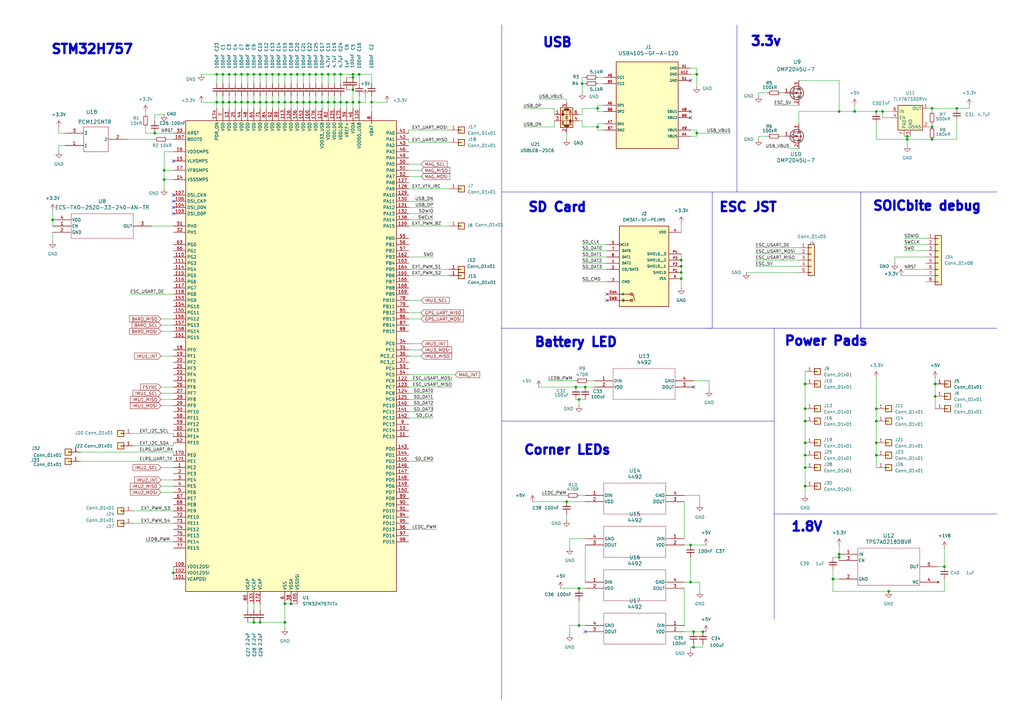
<source format=kicad_sch>
(kicad_sch (version 20250114) (generator "eeschema") (generator_version "9.0")
  (paper "A3")
  (title_block (title "Flight Controller H7") (rev "v2"))
  (text "ESC JST" (at 306.832 85.09 0) (effects (font (size 3.81 3.81) (thickness 2.54) (bold yes))))
  (text "USB" (at 228.6 17.526 0) (effects (font (size 3.81 3.81) (thickness 2.54) (bold yes))))
  (text "Corner LEDs" (at 232.664 184.658 0) (effects (font (size 3.81 3.81) (thickness 2.54) (bold yes))))
  (text "1.8V" (at 330.962 216.154 0) (effects (font (size 3.81 3.81) (thickness 2.54) (bold yes))))
  (text "SOICbite debug" (at 380.238 84.582 0) (effects (font (size 3.81 3.81) (thickness 2.54) (bold yes))))
  (text "Power Pads" (at 338.836 139.954 0) (effects (font (size 3.81 3.81) (thickness 2.54) (bold yes))))
  (text "Battery LED" (at 236.22 140.462 0) (effects (font (size 3.81 3.81) (thickness 2.54) (bold yes))))
  (text "SD Card" (at 228.6 85.09 0) (effects (font (size 3.81 3.81) (thickness 2.54) (bold yes))))
  (text "STM32H757" (at 37.846 20.32 0) (effects (font (size 3.81 3.81) (thickness 2.54) (bold yes))))
  (text "3.3v\n" (at 314.198 17.018 0) (effects (font (size 3.81 3.81) (thickness 2.54) (bold yes))))
  (junction (at 147.32 41.91))
  (junction (at 67.31 69.85))
  (junction (at 330.2 157.48))
  (junction (at 106.68 255.27))
  (junction (at 341.63 237.49))
  (junction (at 359.41 186.69))
  (junction (at 93.98 41.91))
  (junction (at 284.48 265.43))
  (junction (at 236.22 158.75))
  (junction (at 152.4 41.91))
  (junction (at 129.54 30.48))
  (junction (at 144.78 30.48))
  (junction (at 238.76 34.29))
  (junction (at 67.31 73.66))
  (junction (at 330.2 181.61))
  (junction (at 245.11 52.07))
  (junction (at 350.52 45.72))
  (junction (at 279.4 111.76))
  (junction (at 279.4 109.22))
  (junction (at 104.14 30.48))
  (junction (at 137.16 30.48))
  (junction (at 137.16 41.91))
  (junction (at 330.2 167.64))
  (junction (at 116.84 41.91))
  (junction (at 359.41 45.72))
  (junction (at 114.3 41.91))
  (junction (at 139.7 30.48))
  (junction (at 285.75 30.48))
  (junction (at 127 41.91))
  (junction (at 392.43 44.45))
  (junction (at 144.78 41.91))
  (junction (at 330.2 191.77))
  (junction (at 134.62 30.48))
  (junction (at 144.78 31.75))
  (junction (at 121.92 30.48))
  (junction (at 372.11 55.88))
  (junction (at 344.17 228.6))
  (junction (at 364.49 242.57))
  (junction (at 124.46 41.91))
  (junction (at 132.08 41.91))
  (junction (at 245.11 44.45))
  (junction (at 119.38 30.48))
  (junction (at 359.41 172.72))
  (junction (at 284.48 259.08))
  (junction (at 111.76 41.91))
  (junction (at 106.68 30.48))
  (junction (at 88.9 41.91))
  (junction (at 134.62 41.91))
  (junction (at 114.3 30.48))
  (junction (at 237.49 256.54))
  (junction (at 387.35 232.41))
  (junction (at 109.22 30.48))
  (junction (at 382.27 57.15))
  (junction (at 132.08 30.48))
  (junction (at 330.2 199.39))
  (junction (at 330.2 172.72))
  (junction (at 383.54 157.48))
  (junction (at 237.49 163.83))
  (junction (at 127 30.48))
  (junction (at 116.84 247.65))
  (junction (at 63.5 54.61))
  (junction (at 91.44 30.48))
  (junction (at 237.49 241.3))
  (junction (at 21.59 90.17))
  (junction (at 104.14 41.91))
  (junction (at 104.14 255.27))
  (junction (at 232.41 205.74))
  (junction (at 96.52 41.91))
  (junction (at 283.21 238.76))
  (junction (at 383.54 162.56))
  (junction (at 111.76 30.48))
  (junction (at 359.41 167.64))
  (junction (at 116.84 30.48))
  (junction (at 382.27 52.07))
  (junction (at 119.38 247.65))
  (junction (at 344.17 45.72))
  (junction (at 144.78 36.83))
  (junction (at 91.44 41.91))
  (junction (at 359.41 181.61))
  (junction (at 283.21 223.52))
  (junction (at 121.92 41.91))
  (junction (at 147.32 30.48))
  (junction (at 382.27 44.45))
  (junction (at 279.4 114.3))
  (junction (at 88.9 30.48))
  (junction (at 344.17 227.33))
  (junction (at 101.6 30.48))
  (junction (at 279.4 106.68))
  (junction (at 101.6 41.91))
  (junction (at 99.06 30.48))
  (junction (at 71.12 234.95))
  (junction (at 361.95 45.72))
  (junction (at 139.7 41.91))
  (junction (at 285.75 54.61))
  (junction (at 99.06 41.91))
  (junction (at 109.22 41.91))
  (junction (at 288.29 259.08))
  (junction (at 124.46 30.48))
  (junction (at 106.68 41.91))
  (junction (at 240.03 158.75))
  (junction (at 142.24 41.91))
  (junction (at 330.2 186.69))
  (junction (at 96.52 30.48))
  (junction (at 119.38 41.91))
  (junction (at 129.54 41.91))
  (junction (at 93.98 30.48))
  (junction (at 116.84 255.27))
  (junction (at 372.11 57.15))
  (no_connect (at 71.12 66.04))
  (no_connect (at 71.12 82.55))
  (no_connect (at 71.12 80.01))
  (no_connect (at 71.12 87.63))
  (no_connect (at 248.92 123.19))
  (no_connect (at 248.92 120.65))
  (no_connect (at 283.21 48.26))
  (no_connect (at 283.21 33.02))
  (no_connect (at 71.12 85.09))
  (no_connect (at 283.21 45.72))
  (no_connect (at 240.03 259.08))
  (no_connect (at 284.48 158.75))
  (wire (pts (xy 91.44 41.91) (xy 93.98 41.91)))
  (wire (pts (xy 214.63 52.07) (xy 227.33 52.07)))
  (wire (pts (xy 129.54 34.29) (xy 129.54 30.48)))
  (wire (pts (xy 104.14 30.48) (xy 101.6 30.48)))
  (wire (pts (xy 283.21 27.94) (xy 285.75 27.94)))
  (wire (pts (xy 101.6 30.48) (xy 101.6 34.29)))
  (wire (pts (xy 238.76 107.95) (xy 248.92 107.95)))
  (wire (pts (xy 59.69 222.25) (xy 71.12 222.25)))
  (polyline (pts (xy 205.74 78.74) (xy 408.94 78.74)))
  (wire (pts (xy 172.72 69.85) (xy 167.64 69.85)))
  (wire (pts (xy 127 30.48) (xy 124.46 30.48)))
  (wire (pts (xy 71.12 214.63) (xy 54.61 214.63)))
  (wire (pts (xy 372.11 57.15) (xy 372.11 59.69)))
  (wire (pts (xy 124.46 30.48) (xy 121.92 30.48)))
  (wire (pts (xy 109.22 41.91) (xy 109.22 44.45)))
  (wire (pts (xy 114.3 39.37) (xy 114.3 41.91)))
  (wire (pts (xy 71.12 232.41) (xy 71.12 234.95)))
  (wire (pts (xy 283.21 265.43) (xy 283.21 266.7)))
  (wire (pts (xy 93.98 39.37) (xy 93.98 41.91)))
  (wire (pts (xy 144.78 41.91) (xy 144.78 44.45)))
  (wire (pts (xy 132.08 41.91) (xy 132.08 44.45)))
  (wire (pts (xy 238.76 31.75) (xy 238.76 34.29)))
  (wire (pts (xy 288.29 265.43) (xy 284.48 265.43)))
  (wire (pts (xy 280.67 205.74) (xy 280.67 220.98)))
  (wire (pts (xy 134.62 30.48) (xy 137.16 30.48)))
  (wire (pts (xy 71.12 133.35) (xy 66.04 133.35)))
  (wire (pts (xy 139.7 30.48) (xy 139.7 34.29)))
  (wire (pts (xy 101.6 41.91) (xy 101.6 44.45)))
  (wire (pts (xy 121.92 41.91) (xy 121.92 44.45)))
  (wire (pts (xy 93.98 30.48) (xy 91.44 30.48)))
  (wire (pts (xy 330.2 157.48) (xy 330.2 167.64)))
  (wire (pts (xy 283.21 30.48) (xy 285.75 30.48)))
  (wire (pts (xy 54.61 182.88) (xy 71.12 182.88)))
  (wire (pts (xy 134.62 41.91) (xy 137.16 41.91)))
  (wire (pts (xy 24.13 52.07) (xy 24.13 54.61)))
  (wire (pts (xy 240.03 223.52) (xy 240.03 238.76)))
  (wire (pts (xy 320.04 55.88) (xy 321.31 55.88)))
  (wire (pts (xy 109.22 41.91) (xy 106.68 41.91)))
  (wire (pts (xy 101.6 30.48) (xy 99.06 30.48)))
  (wire (pts (xy 285.75 30.48) (xy 285.75 35.56)))
  (wire (pts (xy 279.4 104.14) (xy 279.4 106.68)))
  (wire (pts (xy 167.64 58.42) (xy 167.64 57.15)))
  (wire (pts (xy 397.51 43.18) (xy 397.51 44.45)))
  (wire (pts (xy 232.41 205.74) (xy 240.03 205.74)))
  (wire (pts (xy 71.12 186.69) (xy 71.12 185.42)))
  (wire (pts (xy 359.41 172.72) (xy 359.41 181.61)))
  (wire (pts (xy 361.95 48.26) (xy 365.76 48.26)))
  (wire (pts (xy 238.76 105.41) (xy 248.92 105.41)))
  (wire (pts (xy 323.85 60.96) (xy 327.66 60.96)))
  (wire (pts (xy 379.73 97.79) (xy 370.84 97.79)))
  (wire (pts (xy 379.73 105.41) (xy 367.03 105.41)))
  (wire (pts (xy 238.76 44.45) (xy 245.11 44.45)))
  (wire (pts (xy 330.2 172.72) (xy 330.2 181.61)))
  (wire (pts (xy 238.76 49.53) (xy 237.49 49.53)))
  (wire (pts (xy 370.84 55.88) (xy 372.11 55.88)))
  (wire (pts (xy 101.6 41.91) (xy 104.14 41.91)))
  (wire (pts (xy 179.07 217.17) (xy 167.64 217.17)))
  (wire (pts (xy 327.66 111.76) (xy 306.07 111.76)))
  (wire (pts (xy 137.16 39.37) (xy 137.16 41.91)))
  (wire (pts (xy 327.66 101.6) (xy 309.88 101.6)))
  (wire (pts (xy 91.44 30.48) (xy 88.9 30.48)))
  (wire (pts (xy 71.12 135.89) (xy 66.04 135.89)))
  (wire (pts (xy 106.68 41.91) (xy 106.68 44.45)))
  (wire (pts (xy 279.4 111.76) (xy 279.4 114.3)))
  (wire (pts (xy 279.4 109.22) (xy 279.4 111.76)))
  (wire (pts (xy 142.24 41.91) (xy 144.78 41.91)))
  (wire (pts (xy 106.68 30.48) (xy 104.14 30.48)))
  (wire (pts (xy 114.3 41.91) (xy 114.3 44.45)))
  (wire (pts (xy 96.52 41.91) (xy 99.06 41.91)))
  (wire (pts (xy 132.08 34.29) (xy 132.08 30.48)))
  (wire (pts (xy 124.46 39.37) (xy 124.46 41.91)))
  (wire (pts (xy 134.62 39.37) (xy 134.62 41.91)))
  (wire (pts (xy 237.49 203.2) (xy 240.03 203.2)))
  (wire (pts (xy 240.03 158.75) (xy 243.84 158.75)))
  (wire (pts (xy 285.75 30.48) (xy 285.75 27.94)))
  (wire (pts (xy 139.7 41.91) (xy 142.24 41.91)))
  (wire (pts (xy 387.35 224.79) (xy 387.35 232.41)))
  (wire (pts (xy 359.41 50.8) (xy 359.41 57.15)))
  (wire (pts (xy 71.12 177.8) (xy 71.12 179.07)))
  (wire (pts (xy 152.4 30.48) (xy 147.32 30.48)))
  (wire (pts (xy 330.2 181.61) (xy 330.2 186.69)))
  (wire (pts (xy 280.67 238.76) (xy 283.21 238.76)))
  (wire (pts (xy 330.2 191.77) (xy 330.2 199.39)))
  (wire (pts (xy 238.76 46.99) (xy 238.76 44.45)))
  (wire (pts (xy 344.17 223.52) (xy 344.17 227.33)))
  (wire (pts (xy 383.54 162.56) (xy 383.54 167.64)))
  (wire (pts (xy 26.67 59.69) (xy 24.13 59.69)))
  (wire (pts (xy 341.63 228.6) (xy 344.17 228.6)))
  (wire (pts (xy 172.72 72.39) (xy 167.64 72.39)))
  (wire (pts (xy 287.02 203.2) (xy 287.02 207.01)))
  (wire (pts (xy 147.32 34.29) (xy 147.32 30.48)))
  (wire (pts (xy 121.92 41.91) (xy 119.38 41.91)))
  (wire (pts (xy 104.14 41.91) (xy 104.14 44.45)))
  (wire (pts (xy 91.44 41.91) (xy 91.44 44.45)))
  (wire (pts (xy 341.63 233.68) (xy 341.63 237.49)))
  (wire (pts (xy 106.68 41.91) (xy 104.14 41.91)))
  (wire (pts (xy 21.59 90.17) (xy 21.59 92.71)))
  (wire (pts (xy 224.79 156.21) (xy 236.22 156.21)))
  (wire (pts (xy 172.72 128.27) (xy 167.64 128.27)))
  (wire (pts (xy 71.12 62.23) (xy 67.31 62.23)))
  (wire (pts (xy 279.4 91.44) (xy 279.4 95.25)))
  (wire (pts (xy 167.64 58.42) (xy 184.15 58.42)))
  (wire (pts (xy 82.55 41.91) (xy 88.9 41.91)))
  (wire (pts (xy 327.66 50.8) (xy 327.66 45.72)))
  (wire (pts (xy 382.27 50.8) (xy 382.27 52.07)))
  (wire (pts (xy 99.06 30.48) (xy 99.06 34.29)))
  (wire (pts (xy 104.14 255.27) (xy 106.68 255.27)))
  (wire (pts (xy 119.38 41.91) (xy 116.84 41.91)))
  (wire (pts (xy 220.98 158.75) (xy 236.22 158.75)))
  (wire (pts (xy 237.49 163.83) (xy 240.03 163.83)))
  (wire (pts (xy 124.46 41.91) (xy 124.46 44.45)))
  (wire (pts (xy 111.76 41.91) (xy 114.3 41.91)))
  (wire (pts (xy 320.04 38.1) (xy 321.31 38.1)))
  (wire (pts (xy 237.49 256.54) (xy 233.68 256.54)))
  (wire (pts (xy 240.03 220.98) (xy 233.68 220.98)))
  (wire (pts (xy 317.5 43.18) (xy 327.66 43.18)))
  (wire (pts (xy 379.73 102.87) (xy 370.84 102.87)))
  (wire (pts (xy 237.49 163.83) (xy 237.49 166.37)))
  (wire (pts (xy 238.76 102.87) (xy 248.92 102.87)))
  (wire (pts (xy 147.32 41.91) (xy 147.32 44.45)))
  (wire (pts (xy 330.2 186.69) (xy 330.2 191.77)))
  (wire (pts (xy 240.03 256.54) (xy 237.49 256.54)))
  (wire (pts (xy 238.76 110.49) (xy 248.92 110.49)))
  (wire (pts (xy 119.38 30.48) (xy 116.84 30.48)))
  (wire (pts (xy 280.67 241.3) (xy 280.67 256.54)))
  (wire (pts (xy 383.54 157.48) (xy 383.54 162.56)))
  (wire (pts (xy 129.54 41.91) (xy 129.54 44.45)))
  (wire (pts (xy 287.02 238.76) (xy 287.02 242.57)))
  (wire (pts (xy 66.04 199.39) (xy 71.12 199.39)))
  (wire (pts (xy 149.86 39.37) (xy 149.86 41.91)))
  (wire (pts (xy 350.52 45.72) (xy 359.41 45.72)))
  (wire (pts (xy 238.76 52.07) (xy 245.11 52.07)))
  (wire (pts (xy 144.78 30.48) (xy 144.78 31.75)))
  (wire (pts (xy 132.08 39.37) (xy 132.08 41.91)))
  (wire (pts (xy 116.84 257.81) (xy 116.84 255.27)))
  (wire (pts (xy 245.11 50.8) (xy 245.11 52.07)))
  (wire (pts (xy 284.48 264.16) (xy 284.48 265.43)))
  (wire (pts (xy 52.07 57.15) (xy 63.5 57.15)))
  (wire (pts (xy 236.22 158.75) (xy 240.03 158.75)))
  (wire (pts (xy 379.73 110.49) (xy 370.84 110.49)))
  (polyline (pts (xy 317.5 134.62) (xy 317.5 254)))
  (wire (pts (xy 88.9 30.48) (xy 82.55 30.48)))
  (wire (pts (xy 71.12 234.95) (xy 71.12 237.49)))
  (wire (pts (xy 129.54 39.37) (xy 129.54 41.91)))
  (wire (pts (xy 101.6 39.37) (xy 101.6 41.91)))
  (wire (pts (xy 71.12 161.29) (xy 66.04 161.29)))
  (wire (pts (xy 167.64 105.41) (xy 177.8 105.41)))
  (wire (pts (xy 91.44 39.37) (xy 91.44 41.91)))
  (wire (pts (xy 330.2 152.4) (xy 330.2 157.48)))
  (wire (pts (xy 96.52 41.91) (xy 96.52 44.45)))
  (wire (pts (xy 63.5 49.53) (xy 63.5 46.99)))
  (polyline (pts (xy 205.74 172.72) (xy 317.5 172.72)))
  (wire (pts (xy 96.52 30.48) (xy 96.52 34.29)))
  (wire (pts (xy 139.7 30.48) (xy 144.78 30.48)))
  (wire (pts (xy 127 41.91) (xy 129.54 41.91)))
  (wire (pts (xy 280.67 223.52) (xy 283.21 223.52)))
  (wire (pts (xy 88.9 30.48) (xy 88.9 34.29)))
  (wire (pts (xy 172.72 130.81) (xy 167.64 130.81)))
  (wire (pts (xy 344.17 33.02) (xy 344.17 45.72)))
  (wire (pts (xy 167.64 123.19) (xy 172.72 123.19)))
  (wire (pts (xy 63.5 46.99) (xy 67.31 46.99)))
  (wire (pts (xy 280.67 259.08) (xy 284.48 259.08)))
  (wire (pts (xy 119.38 39.37) (xy 119.38 41.91)))
  (wire (pts (xy 387.35 242.57) (xy 364.49 242.57)))
  (wire (pts (xy 245.11 43.18) (xy 245.11 44.45)))
  (wire (pts (xy 245.11 31.75) (xy 247.65 31.75)))
  (wire (pts (xy 382.27 45.72) (xy 382.27 44.45)))
  (wire (pts (xy 67.31 69.85) (xy 67.31 73.66)))
  (wire (pts (xy 66.04 201.93) (xy 71.12 201.93)))
  (wire (pts (xy 116.84 41.91) (xy 114.3 41.91)))
  (wire (pts (xy 167.64 53.34) (xy 184.15 53.34)))
  (wire (pts (xy 71.12 163.83) (xy 66.04 163.83)))
  (wire (pts (xy 114.3 30.48) (xy 114.3 34.29)))
  (polyline (pts (xy 205.74 10.16) (xy 205.74 287.02)))
  (wire (pts (xy 379.73 100.33) (xy 370.84 100.33)))
  (wire (pts (xy 59.69 54.61) (xy 63.5 54.61)))
  (wire (pts (xy 167.64 158.75) (xy 185.42 158.75)))
  (wire (pts (xy 71.12 120.65) (xy 53.34 120.65)))
  (wire (pts (xy 106.68 39.37) (xy 106.68 41.91)))
  (wire (pts (xy 68.58 57.15) (xy 71.12 57.15)))
  (wire (pts (xy 67.31 73.66) (xy 71.12 73.66)))
  (wire (pts (xy 144.78 36.83) (xy 144.78 41.91)))
  (wire (pts (xy 67.31 69.85) (xy 71.12 69.85)))
  (wire (pts (xy 177.8 85.09) (xy 167.64 85.09)))
  (wire (pts (xy 152.4 41.91) (xy 158.75 41.91)))
  (wire (pts (xy 359.41 186.69) (xy 359.41 191.77)))
  (wire (pts (xy 237.49 241.3) (xy 229.87 241.3)))
  (wire (pts (xy 129.54 41.91) (xy 132.08 41.91)))
  (wire (pts (xy 71.12 181.61) (xy 71.12 182.88)))
  (wire (pts (xy 139.7 39.37) (xy 139.7 41.91)))
  (wire (pts (xy 359.41 45.72) (xy 361.95 45.72)))
  (wire (pts (xy 283.21 238.76) (xy 287.02 238.76)))
  (wire (pts (xy 344.17 227.33) (xy 344.17 228.6)))
  (wire (pts (xy 114.3 30.48) (xy 111.76 30.48)))
  (wire (pts (xy 116.84 30.48) (xy 114.3 30.48)))
  (wire (pts (xy 124.46 30.48) (xy 124.46 34.29)))
  (wire (pts (xy 111.76 39.37) (xy 111.76 41.91)))
  (polyline (pts (xy 292.1 78.74) (xy 292.1 134.62)))
  (wire (pts (xy 367.03 105.41) (xy 367.03 107.95)))
  (wire (pts (xy 71.12 209.55) (xy 54.61 209.55)))
  (wire (pts (xy 279.4 114.3) (xy 279.4 118.11)))
  (wire (pts (xy 71.12 130.81) (xy 66.04 130.81)))
  (wire (pts (xy 121.92 30.48) (xy 119.38 30.48)))
  (wire (pts (xy 62.23 92.71) (xy 71.12 92.71)))
  (wire (pts (xy 167.64 143.51) (xy 172.72 143.51)))
  (wire (pts (xy 129.54 30.48) (xy 127 30.48)))
  (wire (pts (xy 288.29 264.16) (xy 288.29 265.43)))
  (wire (pts (xy 238.76 34.29) (xy 238.76 38.1)))
  (wire (pts (xy 127 41.91) (xy 127 44.45)))
  (wire (pts (xy 134.62 41.91) (xy 134.62 44.45)))
  (wire (pts (xy 364.49 242.57) (xy 341.63 242.57)))
  (wire (pts (xy 124.46 41.91) (xy 121.92 41.91)))
  (wire (pts (xy 24.13 59.69) (xy 24.13 62.23)))
  (wire (pts (xy 240.03 241.3) (xy 237.49 241.3)))
  (wire (pts (xy 245.11 52.07) (xy 245.11 53.34)))
  (wire (pts (xy 137.16 30.48) (xy 139.7 30.48)))
  (wire (pts (xy 284.48 265.43) (xy 283.21 265.43)))
  (wire (pts (xy 247.65 50.8) (xy 245.11 50.8)))
  (wire (pts (xy 344.17 228.6) (xy 344.17 229.87)))
  (wire (pts (xy 88.9 41.91) (xy 88.9 44.45)))
  (wire (pts (xy 167.64 92.71) (xy 184.15 92.71)))
  (wire (pts (xy 116.84 255.27) (xy 106.68 255.27)))
  (wire (pts (xy 147.32 41.91) (xy 149.86 41.91)))
  (wire (pts (xy 232.41 210.82) (xy 232.41 213.36)))
  (wire (pts (xy 121.92 30.48) (xy 121.92 34.29)))
  (wire (pts (xy 359.41 57.15) (xy 372.11 57.15)))
  (wire (pts (xy 383.54 154.94) (xy 383.54 157.48)))
  (wire (pts (xy 24.13 54.61) (xy 26.67 54.61)))
  (wire (pts (xy 311.15 55.88) (xy 314.96 55.88)))
  (wire (pts (xy 54.61 177.8) (xy 71.12 177.8)))
  (wire (pts (xy 71.12 185.42) (xy 33.02 185.42)))
  (wire (pts (xy 238.76 31.75) (xy 240.03 31.75)))
  (wire (pts (xy 119.38 41.91) (xy 119.38 44.45)))
  (wire (pts (xy 101.6 41.91) (xy 99.06 41.91)))
  (polyline (pts (xy 353.06 78.74) (xy 353.06 134.62)))
  (wire (pts (xy 167.64 113.03) (xy 184.15 113.03)))
  (wire (pts (xy 104.14 247.65) (xy 104.14 250.19)))
  (wire (pts (xy 91.44 30.48) (xy 91.44 34.29)))
  (wire (pts (xy 71.12 166.37) (xy 66.04 166.37)))
  (wire (pts (xy 245.11 34.29) (xy 247.65 34.29)))
  (wire (pts (xy 139.7 41.91) (xy 139.7 44.45)))
  (wire (pts (xy 111.76 41.91) (xy 109.22 41.91)))
  (wire (pts (xy 104.14 39.37) (xy 104.14 41.91)))
  (wire (pts (xy 167.64 77.47) (xy 184.15 77.47)))
  (wire (pts (xy 238.76 49.53) (xy 238.76 52.07)))
  (wire (pts (xy 134.62 30.48) (xy 132.08 30.48)))
  (wire (pts (xy 330.2 199.39) (xy 330.2 203.2)))
  (wire (pts (xy 214.63 44.45) (xy 227.33 44.45)))
  (wire (pts (xy 280.67 203.2) (xy 287.02 203.2)))
  (wire (pts (xy 67.31 73.66) (xy 67.31 77.47)))
  (wire (pts (xy 344.17 45.72) (xy 350.52 45.72)))
  (wire (pts (xy 137.16 30.48) (xy 137.16 34.29)))
  (wire (pts (xy 167.64 90.17) (xy 177.8 90.17)))
  (polyline (pts (xy 302.26 10.16) (xy 302.26 78.74)))
  (wire (pts (xy 327.66 109.22) (xy 309.88 109.22)))
  (wire (pts (xy 167.64 146.05) (xy 172.72 146.05)))
  (wire (pts (xy 284.48 259.08) (xy 288.29 259.08)))
  (wire (pts (xy 177.8 168.91) (xy 167.64 168.91)))
  (wire (pts (xy 177.8 163.83) (xy 167.64 163.83)))
  (wire (pts (xy 359.41 154.94) (xy 359.41 167.64)))
  (wire (pts (xy 167.64 153.67) (xy 186.69 153.67)))
  (wire (pts (xy 172.72 67.31) (xy 167.64 67.31)))
  (wire (pts (xy 245.11 44.45) (xy 245.11 45.72)))
  (wire (pts (xy 361.95 45.72) (xy 365.76 45.72)))
  (wire (pts (xy 116.84 247.65) (xy 119.38 247.65)))
  (wire (pts (xy 63.5 54.61) (xy 71.12 54.61)))
  (wire (pts (xy 382.27 57.15) (xy 372.11 57.15)))
  (wire (pts (xy 359.41 181.61) (xy 359.41 186.69)))
  (wire (pts (xy 177.8 161.29) (xy 167.64 161.29)))
  (wire (pts (xy 59.69 52.07) (xy 59.69 54.61)))
  (wire (pts (xy 283.21 55.88) (xy 285.75 55.88)))
  (wire (pts (xy 327.66 45.72) (xy 344.17 45.72)))
  (wire (pts (xy 285.75 53.34) (xy 285.75 54.61)))
  (wire (pts (xy 177.8 189.23) (xy 167.64 189.23)))
  (wire (pts (xy 237.49 246.38) (xy 237.49 256.54)))
  (wire (pts (xy 116.84 39.37) (xy 116.84 41.91)))
  (wire (pts (xy 381 52.07) (xy 382.27 52.07)))
  (wire (pts (xy 220.98 40.64) (xy 232.41 40.64)))
  (wire (pts (xy 327.66 106.68) (xy 309.88 106.68)))
  (wire (pts (xy 93.98 30.48) (xy 93.98 34.29)))
  (wire (pts (xy 106.68 30.48) (xy 106.68 34.29)))
  (wire (pts (xy 137.16 41.91) (xy 137.16 44.45)))
  (wire (pts (xy 147.32 30.48) (xy 144.78 30.48)))
  (wire (pts (xy 341.63 242.57) (xy 341.63 237.49)))
  (wire (pts (xy 111.76 30.48) (xy 109.22 30.48)))
  (wire (pts (xy 236.22 163.83) (xy 237.49 163.83)))
  (wire (pts (xy 392.43 44.45) (xy 397.51 44.45)))
  (wire (pts (xy 311.15 55.88) (xy 311.15 57.15)))
  (wire (pts (xy 247.65 43.18) (xy 245.11 43.18)))
  (wire (pts (xy 111.76 41.91) (xy 111.76 44.45)))
  (wire (pts (xy 177.8 82.55) (xy 167.64 82.55)))
  (wire (pts (xy 124.46 41.91) (xy 127 41.91)))
  (wire (pts (xy 283.21 223.52) (xy 289.56 223.52)))
  (wire (pts (xy 109.22 39.37) (xy 109.22 41.91)))
  (wire (pts (xy 232.41 54.61) (xy 232.41 57.15)))
  (wire (pts (xy 222.25 203.2) (xy 232.41 203.2)))
  (wire (pts (xy 288.29 259.08) (xy 289.56 259.08)))
  (wire (pts (xy 285.75 54.61) (xy 285.75 55.88)))
  (wire (pts (xy 134.62 41.91) (xy 132.08 41.91)))
  (wire (pts (xy 71.12 146.05) (xy 66.04 146.05)))
  (wire (pts (xy 127 30.48) (xy 127 34.29)))
  (wire (pts (xy 327.66 104.14) (xy 309.88 104.14)))
  (wire (pts (xy 330.2 167.64) (xy 330.2 172.72)))
  (wire (pts (xy 167.64 87.63) (xy 177.8 87.63)))
  (wire (pts (xy 119.38 247.65) (xy 121.92 247.65)))
  (wire (pts (xy 381 44.45) (xy 382.27 44.45)))
  (wire (pts (xy 109.22 30.48) (xy 109.22 34.29)))
  (wire (pts (xy 284.48 156.21) (xy 290.83 156.21)))
  (wire (pts (xy 67.31 62.23) (xy 67.31 69.85)))
  (wire (pts (xy 109.22 30.48) (xy 106.68 30.48)))
  (wire (pts (xy 237.49 46.99) (xy 238.76 46.99)))
  (wire (pts (xy 232.41 40.64) (xy 232.41 41.91)))
  (wire (pts (xy 167.64 140.97) (xy 172.72 140.97)))
  (polyline (pts (xy 292.1 134.62) (xy 289.56 134.62)))
  (wire (pts (xy 241.3 156.21) (xy 243.84 156.21)))
  (polyline (pts (xy 317.5 210.82) (xy 408.94 210.82)))
  (wire (pts (xy 283.21 228.6) (xy 283.21 238.76)))
  (wire (pts (xy 88.9 39.37) (xy 88.9 41.91)))
  (wire (pts (xy 142.24 36.83) (xy 144.78 36.83)))
  (wire (pts (xy 285.75 54.61) (xy 299.72 54.61)))
  (wire (pts (xy 142.24 41.91) (xy 142.24 44.45)))
  (wire (pts (xy 121.92 39.37) (xy 121.92 41.91)))
  (wire (pts (xy 119.38 30.48) (xy 119.38 34.29)))
  (wire (pts (xy 311.15 38.1) (xy 311.15 39.37)))
  (wire (pts (xy 101.6 255.27) (xy 104.14 255.27)))
  (wire (pts (xy 350.52 43.18) (xy 350.52 45.72)))
  (wire (pts (xy 96.52 39.37) (xy 96.52 41.91)))
  (wire (pts (xy 227.33 44.45) (xy 227.33 46.99)))
  (wire (pts (xy 152.4 41.91) (xy 152.4 45.72)))
  (wire (pts (xy 116.84 247.65) (xy 116.84 255.27)))
  (wire (pts (xy 283.21 53.34) (xy 285.75 53.34)))
  (wire (pts (xy 88.9 41.91) (xy 91.44 41.91)))
  (wire (pts (xy 167.64 110.49) (xy 184.15 110.49)))
  (wire (pts (xy 137.16 41.91) (xy 139.7 41.91)))
  (wire (pts (xy 247.65 53.34) (xy 245.11 53.34)))
  (wire (pts (xy 142.24 31.75) (xy 144.78 31.75)))
  (wire (pts (xy 372.11 55.88) (xy 372.11 57.15)))
  (wire (pts (xy 359.41 167.64) (xy 359.41 172.72)))
  (polyline (pts (xy 205.74 134.62) (xy 408.94 134.62)))
  (wire (pts (xy 21.59 95.25) (xy 21.59 99.06)))
  (wire (pts (xy 71.12 158.75) (xy 66.04 158.75)))
  (wire (pts (xy 99.06 39.37) (xy 99.06 41.91)))
  (wire (pts (xy 238.76 100.33) (xy 248.92 100.33)))
  (wire (pts (xy 99.06 41.91) (xy 99.06 44.45)))
  (wire (pts (xy 66.04 191.77) (xy 71.12 191.77)))
  (wire (pts (xy 392.43 57.15) (xy 392.43 49.53)))
  (wire (pts (xy 279.4 106.68) (xy 279.4 109.22)))
  (wire (pts (xy 327.66 33.02) (xy 344.17 33.02)))
  (wire (pts (xy 382.27 44.45) (xy 392.43 44.45)))
  (wire (pts (xy 96.52 30.48) (xy 93.98 30.48)))
  (wire (pts (xy 361.95 48.26) (xy 361.95 45.72)))
  (wire (pts (xy 71.12 196.85) (xy 66.04 196.85)))
  (wire (pts (xy 227.33 52.07) (xy 227.33 49.53)))
  (wire (pts (xy 387.35 237.49) (xy 387.35 242.57)))
  (wire (pts (xy 290.83 156.21) (xy 290.83 160.02)))
  (wire (pts (xy 33.02 189.23) (xy 71.12 189.23)))
  (wire (pts (xy 101.6 247.65) (xy 101.6 250.19)))
  (wire (pts (xy 116.84 41.91) (xy 116.84 44.45)))
  (wire (pts (xy 152.4 39.37) (xy 152.4 41.91)))
  (wire (pts (xy 134.62 30.48) (xy 134.62 34.29)))
  (wire (pts (xy 311.15 38.1) (xy 314.96 38.1)))
  (wire (pts (xy 372.11 55.88) (xy 373.38 55.88)))
  (wire (pts (xy 147.32 39.37) (xy 147.32 41.91)))
  (wire (pts (xy 127 39.37) (xy 127 41.91)))
  (wire (pts (xy 59.69 46.99) (xy 59.69 45.72)))
  (wire (pts (xy 93.98 41.91) (xy 96.52 41.91)))
  (wire (pts (xy 152.4 34.29) (xy 152.4 30.48)))
  (wire (pts (xy 93.98 41.91) (xy 93.98 44.45)))
  (wire (pts (xy 238.76 34.29) (xy 240.03 34.29)))
  (wire (pts (xy 177.8 171.45) (xy 167.64 171.45)))
  (wire (pts (xy 218.44 205.74) (xy 232.41 205.74)))
  (wire (pts (xy 106.68 247.65) (xy 106.68 250.19)))
  (wire (pts (xy 384.81 232.41) (xy 387.35 232.41)))
  (wire (pts (xy 369.57 113.03) (xy 379.73 113.03)))
  (wire (pts (xy 99.06 30.48) (xy 96.52 30.48)))
  (wire (pts (xy 233.68 256.54) (xy 233.68 260.35)))
  (wire (pts (xy 177.8 166.37) (xy 167.64 166.37)))
  (wire (pts (xy 104.14 30.48) (xy 104.14 34.29)))
  (wire (pts (xy 382.27 57.15) (xy 392.43 57.15)))
  (wire (pts (xy 167.64 53.34) (xy 167.64 54.61)))
  (wire (pts (xy 116.84 30.48) (xy 116.84 34.29)))
  (wire (pts (xy 167.64 156.21) (xy 185.42 156.21)))
  (wire (pts (xy 21.59 86.36) (xy 21.59 90.17)))
  (wire (pts (xy 238.76 115.57) (xy 248.92 115.57)))
  (wire (pts (xy 111.76 30.48) (xy 111.76 34.29)))
  (wire (pts (xy 247.65 45.72) (xy 245.11 45.72)))
  (wire (pts (xy 233.68 220.98) (xy 233.68 224.79)))
  (wire (pts (xy 341.63 237.49) (xy 344.17 237.49)))
  (wire (pts (xy 132.08 30.48) (xy 129.54 30.48)))
  (label "ESC_USART_MISO" (at 309.88 106.68 0))
  (label "LEDB_PWM" (at 59.69 222.25 0))
  (label "SD_CLK" (at 238.76 100.33 0))
  (label "SWO" (at 370.84 102.87 0))
  (label "USB_VBUS" (at 323.85 60.96 180))
  (label "SD_DAT3" (at 238.76 110.49 0))
  (label "ESC_USART_DE" (at 309.88 101.6 0))
  (label "NRST" (at 370.84 110.49 0))
  (label "USB_DP" (at 214.63 44.45 0))
  (label "SD_DAT2" (at 177.8 166.37 180))
  (label "ELRS_UART_RX" (at 57.15 185.42 0))
  (label "SWCLK" (at 370.84 100.33 0))
  (label "SD_DAT0" (at 238.76 102.87 0))
  (label "LEDC_PWM" (at 222.25 203.2 0))
  (label "SDWIO" (at 177.8 87.63 180))
  (label "USB_VBUS" (at 299.72 54.61 180))
  (label "SDWIO" (at 370.84 97.79 0))
  (label "USB_DN" (at 177.8 82.55 180))
  (label "ESC_5V" (at 309.88 109.22 0))
  (label "NRST" (at 66.04 54.61 0))
  (label "ESC_USART_MOSI" (at 185.42 156.21 180))
  (label "SD_DAT2" (at 238.76 107.95 0))
  (label "EXT_UART_MISO" (at 168.91 58.42 0))
  (label "SD_DAT1" (at 238.76 105.41 0))
  (label "SD_DAT3" (at 177.8 168.91 180))
  (label "ESC_5V" (at 317.5 43.18 0))
  (label "EXT_PWM_S2" (at 168.91 113.03 0))
  (label "EXT_UART_MOSI" (at 168.91 53.34 0))
  (label "EXT_VTX_IRC" (at 168.91 77.47 0))
  (label "SD_DAT0" (at 177.8 161.29 180))
  (label "EXT_PWM_S4" (at 69.85 214.63 180))
  (label "SWCLK" (at 177.8 90.17 180))
  (label "EXT_PWM_BZ" (at 168.91 92.71 0))
  (label "SD_CMD" (at 238.76 115.57 0))
  (label "USB_DP" (at 177.8 85.09 180))
  (label "LEDC_PWM" (at 179.07 217.17 180))
  (label "ELRS_UART_TX" (at 57.15 189.23 0))
  (label "USB_VBUS" (at 220.98 40.64 0))
  (label "SWO" (at 177.8 105.41 180))
  (label "EXT_I2C_SDA" (at 57.15 182.88 0))
  (label "ESC_USART_MISO" (at 185.42 158.75 180))
  (label "EXT_I2C_SCL" (at 57.15 177.8 0))
  (label "SD_CLK" (at 177.8 171.45 180))
  (label "EXT_PWM_S1" (at 168.91 110.49 0))
  (label "ESC_USART_DE" (at 53.34 120.65 0))
  (label "USB_DN" (at 214.63 52.07 0))
  (label "SD_CMD" (at 177.8 189.23 180))
  (label "EXT_PWM_S3" (at 69.85 209.55 180))
  (label "SD_DAT1" (at 177.8 163.83 180))
  (label "ESC_USART_MOSI" (at 309.88 104.14 0))
  (label "LEDB_PWM" (at 224.79 156.21 0))
  (global_label "IMU3_MOSI" (shape input) (at 172.72 143.51 0) (property "Intersheetrefs" "${INTERSHEET_REFS}" (effects (hide yes))))
  (global_label "IMU3_SCL" (shape input) (at 172.72 123.19 0) (property "Intersheetrefs" "${INTERSHEET_REFS}" (effects (hide yes))))
  (global_label "IMU1_MISO" (shape input) (at 66.04 163.83 180) (property "Intersheetrefs" "${INTERSHEET_REFS}" (effects (hide yes))))
  (global_label "IMU2_MISO" (shape input) (at 66.04 199.39 180) (property "Intersheetrefs" "${INTERSHEET_REFS}" (effects (hide yes))))
  (global_label "FSYNC" (shape input) (at 66.04 158.75 180) (property "Intersheetrefs" "${INTERSHEET_REFS}" (effects (hide yes))))
  (global_label "BARO_MOSI" (shape input) (at 66.04 135.89 180) (property "Intersheetrefs" "${INTERSHEET_REFS}" (effects (hide yes))))
  (global_label "MAG_INT" (shape input) (at 186.69 153.67 0) (property "Intersheetrefs" "${INTERSHEET_REFS}" (effects (hide yes))))
  (global_label "MAG_SCL" (shape input) (at 172.72 67.31 0) (property "Intersheetrefs" "${INTERSHEET_REFS}" (effects (hide yes))))
  (global_label "BARO_SCL" (shape input) (at 66.04 133.35 180) (property "Intersheetrefs" "${INTERSHEET_REFS}" (effects (hide yes))))
  (global_label "MAG_MOSI" (shape input) (at 172.72 72.39 0) (property "Intersheetrefs" "${INTERSHEET_REFS}" (effects (hide yes))))
  (global_label "IMU1_INT" (shape input) (at 66.04 146.05 180) (property "Intersheetrefs" "${INTERSHEET_REFS}" (effects (hide yes))))
  (global_label "IMU1_SCL" (shape input) (at 66.04 161.29 180) (property "Intersheetrefs" "${INTERSHEET_REFS}" (effects (hide yes))))
  (global_label "GPS_UART_MOSI" (shape input) (at 172.72 130.81 0) (property "Intersheetrefs" "${INTERSHEET_REFS}" (effects (hide yes))))
  (global_label "MAG_MISO" (shape input) (at 172.72 69.85 0) (property "Intersheetrefs" "${INTERSHEET_REFS}" (effects (hide yes))))
  (global_label "IMU3_MISO" (shape input) (at 172.72 146.05 0) (property "Intersheetrefs" "${INTERSHEET_REFS}" (effects (hide yes))))
  (global_label "IMU2_SCL" (shape input) (at 66.04 191.77 180) (property "Intersheetrefs" "${INTERSHEET_REFS}" (effects (hide yes))))
  (global_label "IMU2_INT" (shape input) (at 66.04 196.85 180) (property "Intersheetrefs" "${INTERSHEET_REFS}" (effects (hide yes))))
  (global_label "IMU2_MOSI" (shape input) (at 66.04 201.93 180) (property "Intersheetrefs" "${INTERSHEET_REFS}" (effects (hide yes))))
  (global_label "GPS_UART_MISO" (shape input) (at 172.72 128.27 0) (property "Intersheetrefs" "${INTERSHEET_REFS}" (effects (hide yes))))
  (global_label "BARO_MISO" (shape input) (at 66.04 130.81 180) (property "Intersheetrefs" "${INTERSHEET_REFS}" (effects (hide yes))))
  (global_label "IMU1_MOSI" (shape input) (at 66.04 166.37 180) (property "Intersheetrefs" "${INTERSHEET_REFS}" (effects (hide yes))))
  (global_label "IMU3_INT" (shape input) (at 172.72 140.97 0) (property "Intersheetrefs" "${INTERSHEET_REFS}" (effects (hide yes))))
  (symbol (lib_id "Connector_Generic:Conn_01x08") (at 384.81 105.41 0) (unit 1)
    (property "Reference" "J34" (at 387.35 105.4099 0) (effects (justify left)))
    (property "Value" "Conn_01x08" (at 387.35 107.9499 0) (effects (justify left)))
    (property "Footprint" "SOICbite:SOIC_clipProgSmall" (effects (hide yes)))
    (property "Description" "Generic connector, single row, 01x08, script generated (kicad-library-utils/schlib/autogen/connector/)" (effects (hide yes)))
  )
  (symbol (lib_id "Device:C_Small") (at 144.78 34.29 0) (unit 1)
    (property "Reference" "C5" (at 144.78 19.304 90))
    (property "Value" "100nF" (at 144.526 24.892 90))
    (property "Footprint" "Capacitor_SMD:C_0603_1608Metric" (effects (hide yes)))
    (property "Description" "Unpolarized capacitor, small symbol" (effects (hide yes)))
  )
  (symbol (lib_id "power:GND") (at 67.31 46.99 0) (unit 1)
    (property "Reference" "#PWR054" (effects (hide yes)))
    (property "Value" "GND" (at 70.358 46.736 0))
    (property "Description" "Power symbol creates a global label with name \"GND\" , ground" (effects (hide yes)))
  )
  (symbol (lib_id "Connector_Generic:Conn_01x01") (at 49.53 209.55 180) (unit 1)
    (property "Reference" "J24" (at 46.99 210.8201 0) (effects (justify left)))
    (property "Value" "Conn_01x01" (at 46.99 208.2801 0) (effects (justify left)))
    (property "Footprint" "WirePad:WirePad_1x01_SMD_1.4x2mm" (effects (hide yes)))
    (property "Description" "Generic connector, single row, 01x01, script generated (kicad-library-utils/schlib/autogen/connector/)" (effects (hide yes)))
  )
  (symbol (lib_id "Connector_Generic:Conn_01x01") (at 335.28 191.77 0) (unit 1)
    (property "Reference" "J28" (at 337.82 190.4999 0) (effects (justify left)))
    (property "Value" "Conn_01x01" (at 337.82 193.0399 0) (effects (justify left)))
    (property "Footprint" "WirePad:WirePad_1x01_SMD_1.4x2mm" (effects (hide yes)))
    (property "Description" "Generic connector, single row, 01x01, script generated (kicad-library-utils/schlib/autogen/connector/)" (effects (hide yes)))
  )
  (symbol (lib_id "power:+1V8") (at 387.35 224.79 0) (unit 1)
    (property "Reference" "#PWR052" (effects (hide yes)))
    (property "Value" "+1V8" (at 387.35 219.71 0))
    (property "Description" "Power symbol creates a global label with name \"+1V8\"" (effects (hide yes)))
  )
  (symbol (lib_id "Device:R_Small") (at 234.95 203.2 90) (unit 1)
    (property "Reference" "R10" (at 234.95 198.882 90))
    (property "Value" "470R" (at 234.95 200.66 90))
    (property "Footprint" "Resistor_SMD:R_0603_1608Metric" (effects (hide yes)))
    (property "Description" "Resistor, small symbol" (effects (hide yes)))
  )
  (symbol (lib_id "Device:C_Small") (at 232.41 208.28 180) (unit 1)
    (property "Reference" "C38" (at 220.218 208.28 0))
    (property "Value" "100nF" (at 226.314 208.28 0))
    (property "Footprint" "Capacitor_SMD:C_0603_1608Metric" (effects (hide yes)))
    (property "Description" "Unpolarized capacitor, small symbol" (effects (hide yes)))
  )
  (symbol (lib_id "power:GND") (at 285.75 35.56 0) (unit 1)
    (property "Reference" "#PWR011" (effects (hide yes)))
    (property "Value" "GND" (at 290.068 36.322 0))
    (property "Description" "Power symbol creates a global label with name \"GND\" , ground" (effects (hide yes)))
  )
  (symbol (lib_id "power:+5V") (at 289.56 259.08 0) (unit 1)
    (property "Reference" "#PWR039" (effects (hide yes)))
    (property "Value" "+5V" (at 289.56 254 0))
    (property "Description" "Power symbol creates a global label with name \"+5V\"" (effects (hide yes)))
  )
  (symbol (lib_id "power:GND") (at 233.68 260.35 0) (unit 1)
    (property "Reference" "#PWR037" (effects (hide yes)))
    (property "Value" "GND" (at 233.68 265.43 0))
    (property "Description" "Power symbol creates a global label with name \"GND\" , ground" (effects (hide yes)))
  )
  (symbol (lib_id "power:GND") (at 306.07 111.76 0) (unit 1)
    (property "Reference" "#PWR034" (effects (hide yes)))
    (property "Value" "GND" (at 302.006 111.76 0))
    (property "Description" "Power symbol creates a global label with name \"GND\" , ground" (effects (hide yes)))
  )
  (symbol (lib_id "Device:C_Small") (at 134.62 36.83 0) (unit 1)
    (property "Reference" "C11" (at 134.62 19.304 90))
    (property "Value" "4.7uF" (at 134.62 25.146 90))
    (property "Footprint" "Capacitor_SMD:C_0603_1608Metric" (effects (hide yes)))
    (property "Description" "Unpolarized capacitor, small symbol" (effects (hide yes)))
  )
  (symbol (lib_id "Device:C_Small") (at 124.46 36.83 0) (unit 1)
    (property "Reference" "C21" (at 124.46 19.304 90))
    (property "Value" "100nF" (at 124.46 25.146 90))
    (property "Footprint" "Capacitor_SMD:C_0603_1608Metric" (effects (hide yes)))
    (property "Description" "Unpolarized capacitor, small symbol" (effects (hide yes)))
  )
  (symbol (lib_id "Device:C_Small") (at 109.22 36.83 0) (unit 1)
    (property "Reference" "C12" (at 109.22 19.304 90))
    (property "Value" "100nF" (at 109.22 25.146 90))
    (property "Footprint" "Capacitor_SMD:C_0603_1608Metric" (effects (hide yes)))
    (property "Description" "Unpolarized capacitor, small symbol" (effects (hide yes)))
  )
  (symbol (lib_id "Device:C_Small") (at 132.08 36.83 0) (unit 1)
    (property "Reference" "C17" (at 132.08 19.304 90))
    (property "Value" "100nF" (at 132.08 25.146 90))
    (property "Footprint" "Capacitor_SMD:C_0603_1608Metric" (effects (hide yes)))
    (property "Description" "Unpolarized capacitor, small symbol" (effects (hide yes)))
  )
  (symbol (lib_id "power:GND") (at 290.83 160.02 0) (mirror y) (unit 1)
    (property "Reference" "#PWR045" (effects (hide yes)))
    (property "Value" "GND" (at 290.83 165.1 0))
    (property "Description" "Power symbol creates a global label with name \"GND\" , ground" (effects (hide yes)))
  )
  (symbol (lib_id "power:GND") (at 330.2 203.2 0) (unit 1)
    (property "Reference" "#PWR030" (effects (hide yes)))
    (property "Value" "GND" (at 330.2 208.28 0))
    (property "Description" "Power symbol creates a global label with name \"GND\" , ground" (effects (hide yes)))
  )
  (symbol (lib_id "Device:C_Small") (at 142.24 34.29 0) (unit 1)
    (property "Reference" "C6" (at 142.24 19.304 90))
    (property "Value" "1uF" (at 142.24 26.162 90))
    (property "Footprint" "Capacitor_SMD:C_0603_1608Metric" (effects (hide yes)))
    (property "Description" "Unpolarized capacitor, small symbol" (effects (hide yes)))
  )
  (symbol (lib_id "power:+3.3V") (at 21.59 86.36 0) (unit 1)
    (property "Reference" "#PWR032" (effects (hide yes)))
    (property "Value" "+3.3V" (at 21.59 81.28 0))
    (property "Description" "Power symbol creates a global label with name \"+3.3V\"" (effects (hide yes)))
  )
  (symbol (lib_id "Device:C_Small") (at 106.68 252.73 180) (unit 1)
    (property "Reference" "C29" (at 106.934 267.462 90))
    (property "Value" "2.2uF" (at 106.68 262.128 90))
    (property "Footprint" "Capacitor_SMD:C_0603_1608Metric" (effects (hide yes)))
    (property "Description" "Unpolarized capacitor, small symbol" (effects (hide yes)))
  )
  (symbol (lib_id "Connector_Generic:Conn_01x01") (at 364.49 172.72 0) (unit 1)
    (property "Reference" "J14" (at 367.03 171.4499 0) (effects (justify left)))
    (property "Value" "Conn_01x01" (at 367.03 173.9899 0) (effects (justify left)))
    (property "Footprint" "WirePad:WirePad_1x01_SMD_1.4x2mm" (effects (hide yes)))
    (property "Description" "Generic connector, single row, 01x01, script generated (kicad-library-utils/schlib/autogen/connector/)" (effects (hide yes)))
  )
  (symbol (lib_id "Snapeda:4492") (at 280.67 256.54 0) (mirror y) (unit 1)
    (property "Reference" "U17" (at 260.35 246.38 0) (effects (font (size 1.524 1.524))))
    (property "Value" "4492" (at 260.35 248.92 0) (effects (font (size 1.524 1.524))))
    (property "Footprint" "Snapeda:4492_ADA" (effects (hide yes)))
    (property "Datasheet" "4492" (effects (hide yes)))
  )
  (symbol (lib_id "Connector_Generic:Conn_01x01") (at 335.28 157.48 0) (unit 1)
    (property "Reference" "J10" (at 337.82 156.2099 0) (effects (justify left)))
    (property "Value" "Conn_01x01" (at 337.82 158.7499 0) (effects (justify left)))
    (property "Footprint" "WirePad:WirePad_1x01_SMD_1.4x2mm" (effects (hide yes)))
    (property "Description" "Generic connector, single row, 01x01, script generated (kicad-library-utils/schlib/autogen/connector/)" (effects (hide yes)))
  )
  (symbol (lib_id "power:GND") (at 82.55 30.48 0) (unit 1)
    (property "Reference" "#PWR017" (effects (hide yes)))
    (property "Value" "GND" (at 76.2 32.512 0) (effects (justify left)))
    (property "Description" "Power symbol creates a global label with name \"GND\" , ground" (effects (hide yes)))
  )
  (symbol (lib_id "Device:C_Small") (at 119.38 36.83 0) (mirror y) (unit 1)
    (property "Reference" "C18" (at 119.38 19.304 90))
    (property "Value" "100nF" (at 119.38 25.146 90))
    (property "Footprint" "Capacitor_SMD:C_0603_1608Metric" (effects (hide yes)))
    (property "Description" "Unpolarized capacitor, small symbol" (effects (hide yes)))
  )
  (symbol (lib_name "DMP2045U-7_2") (lib_id "Snapeda:DMP2045U-7") (at 326.39 38.1 0) (unit 1)
    (property "Reference" "U9" (at 326.898 25.4 0) (effects (font (size 1.524 1.524))))
    (property "Value" "DMP2045U-7" (at 326.39 28.448 0) (effects (font (size 1.524 1.524))))
    (property "Footprint" "Snapeda:SOT-23_DIO" (effects (hide yes)))
    (property "Datasheet" "DMP2045U-7" (effects (hide yes)))
  )
  (symbol (lib_id "power:GND") (at 372.11 59.69 0) (unit 1)
    (property "Reference" "#PWR018" (effects (hide yes)))
    (property "Value" "GND" (at 372.11 64.77 0))
    (property "Description" "Power symbol creates a global label with name \"GND\" , ground" (effects (hide yes)))
  )
  (symbol (lib_id "Connector_Generic:Conn_01x01") (at 388.62 162.56 0) (unit 1)
    (property "Reference" "J6" (at 391.16 161.2899 0) (effects (justify left)))
    (property "Value" "Conn_01x01" (at 391.16 163.8299 0) (effects (justify left)))
    (property "Footprint" "WirePad:WirePad_1x01_SMD_1.4x2mm" (effects (hide yes)))
    (property "Description" "Generic connector, single row, 01x01, script generated (kicad-library-utils/schlib/autogen/connector/)" (effects (hide yes)))
  )
  (symbol (lib_id "Device:C_Small") (at 283.21 226.06 0) (unit 1)
    (property "Reference" "C37" (at 295.402 226.06 0))
    (property "Value" "100nF" (at 289.306 226.06 0))
    (property "Footprint" "Capacitor_SMD:C_0603_1608Metric" (effects (hide yes)))
    (property "Description" "Unpolarized capacitor, small symbol" (effects (hide yes)))
  )
  (symbol (lib_id "Snapeda:4492") (at 243.84 156.21 0) (unit 1)
    (property "Reference" "U13" (at 264.16 146.05 0) (effects (font (size 1.524 1.524))))
    (property "Value" "4492" (at 264.16 148.59 0) (effects (font (size 1.524 1.524))))
    (property "Footprint" "Snapeda:4492_ADA" (effects (hide yes)))
    (property "Datasheet" "4492" (effects (hide yes)))
  )
  (symbol (lib_id "power:+5V") (at 218.44 205.74 0) (mirror y) (unit 1)
    (property "Reference" "#PWR042" (effects (hide yes)))
    (property "Value" "+5V" (at 213.36 203.2 0))
    (property "Description" "Power symbol creates a global label with name \"+5V\"" (effects (hide yes)))
  )
  (symbol (lib_id "power:+3.3V") (at 24.13 52.07 0) (unit 1)
    (property "Reference" "#PWR047" (effects (hide yes)))
    (property "Value" "+3.3V" (at 24.13 46.99 0))
    (property "Description" "Power symbol creates a global label with name \"+3.3V\"" (effects (hide yes)))
  )
  (symbol (lib_id "Device:C_Small") (at 341.63 231.14 180) (unit 1)
    (property "Reference" "C39" (at 329.946 231.14 0))
    (property "Value" "1uF" (at 336.296 231.14 0))
    (property "Footprint" "Capacitor_SMD:C_0603_1608Metric" (effects (hide yes)))
    (property "Description" "Unpolarized capacitor, small symbol" (effects (hide yes)))
  )
  (symbol (lib_id "Device:C_Small") (at 111.76 36.83 0) (unit 1)
    (property "Reference" "C13" (at 111.76 19.304 90))
    (property "Value" "100nF" (at 111.76 25.146 90))
    (property "Footprint" "Capacitor_SMD:C_0603_1608Metric" (effects (hide yes)))
    (property "Description" "Unpolarized capacitor, small symbol" (effects (hide yes)))
  )
  (symbol (lib_id "power:+3.3V") (at 344.17 223.52 0) (unit 1)
    (property "Reference" "#PWR010" (effects (hide yes)))
    (property "Value" "+3.3V" (at 344.17 218.44 0))
    (property "Description" "Power symbol creates a global label with name \"+3.3V\"" (effects (hide yes)))
  )
  (symbol (lib_id "Device:C_Small") (at 99.06 36.83 0) (unit 1)
    (property "Reference" "C7" (at 99.06 19.304 90))
    (property "Value" "100nF" (at 99.06 25.146 90))
    (property "Footprint" "Capacitor_SMD:C_0603_1608Metric" (effects (hide yes)))
    (property "Description" "Unpolarized capacitor, small symbol" (effects (hide yes)))
  )
  (symbol (lib_id "Connector_Generic:Conn_01x01") (at 335.28 172.72 0) (unit 1)
    (property "Reference" "J16" (at 337.82 171.4499 0) (effects (justify left)))
    (property "Value" "Conn_01x01" (at 337.82 173.9899 0) (effects (justify left)))
    (property "Footprint" "WirePad:WirePad_1x01_SMD_1.4x2mm" (effects (hide yes)))
    (property "Description" "Generic connector, single row, 01x01, script generated (kicad-library-utils/schlib/autogen/connector/)" (effects (hide yes)))
  )
  (symbol (lib_id "power:GND") (at 232.41 213.36 0) (unit 1)
    (property "Reference" "#PWR055" (effects (hide yes)))
    (property "Value" "GND" (at 228.092 214.63 0))
    (property "Description" "Power symbol creates a global label with name \"GND\" , ground" (effects (hide yes)))
  )
  (symbol (lib_id "Connector_Generic:Conn_01x01") (at 335.28 152.4 0) (unit 1)
    (property "Reference" "J9" (at 337.82 151.1299 0) (effects (justify left)))
    (property "Value" "Conn_01x01" (at 337.82 153.6699 0) (effects (justify left)))
    (property "Footprint" "WirePad:WirePad_1x01_SMD_1.4x2mm" (effects (hide yes)))
    (property "Description" "Generic connector, single row, 01x01, script generated (kicad-library-utils/schlib/autogen/connector/)" (effects (hide yes)))
  )
  (symbol (lib_id "Snapeda:DM3AT-SF-PEJM5") (at 264.16 109.22 0) (unit 1)
    (property "Reference" "J2" (at 264.16 87.63 0))
    (property "Value" "DM3AT-SF-PEJM5" (at 264.16 90.17 0))
    (property "Footprint" "Snapeda:DM3AT-SF-PEJM5_HRS_DM3AT-SF-PEJM5" (effects (hide yes)))
    (property "PARTREV" "20200913" (effects (hide yes)))
    (property "STANDARD" "Manufacturer Recommendations" (effects (hide yes)))
    (property "MAXIMUM_PACKAGE_HEIGHT" "1.83 mm" (effects (hide yes)))
    (property "MANUFACTURER" "Hirose Electric Co Ltd" (effects (hide yes)))
  )
  (symbol (lib_id "power:GND") (at 287.02 207.01 0) (mirror y) (unit 1)
    (property "Reference" "#PWR035" (effects (hide yes)))
    (property "Value" "GND" (at 287.02 212.09 0))
    (property "Description" "Power symbol creates a global label with name \"GND\" , ground" (effects (hide yes)))
  )
  (symbol (lib_id "power:+5V") (at 289.56 223.52 0) (unit 1)
    (property "Reference" "#PWR041" (effects (hide yes)))
    (property "Value" "+5V" (at 289.56 218.44 0))
    (property "Description" "Power symbol creates a global label with name \"+5V\"" (effects (hide yes)))
  )
  (symbol (lib_id "Connector_Generic:Conn_01x01") (at 49.53 177.8 180) (unit 1)
    (property "Reference" "J20" (at 32.512 177.546 0))
    (property "Value" "Conn_01x01" (at 40.64 177.546 0))
    (property "Footprint" "WirePad:WirePad_1x01_SMD_1.4x2mm" (effects (hide yes)))
    (property "Description" "Generic connector, single row, 01x01, script generated (kicad-library-utils/schlib/autogen/connector/)" (effects (hide yes)))
  )
  (symbol (lib_id "Connector_Generic:Conn_01x01") (at 335.28 186.69 0) (unit 1)
    (property "Reference" "J25" (at 337.82 185.4199 0) (effects (justify left)))
    (property "Value" "Conn_01x01" (at 337.82 187.9599 0) (effects (justify left)))
    (property "Footprint" "WirePad:WirePad_1x01_SMD_1.4x2mm" (effects (hide yes)))
    (property "Description" "Generic connector, single row, 01x01, script generated (kicad-library-utils/schlib/autogen/connector/)" (effects (hide yes)))
  )
  (symbol (lib_id "Device:C_Small") (at 104.14 36.83 0) (unit 1)
    (property "Reference" "C9" (at 104.14 19.304 90))
    (property "Value" "100nF" (at 104.14 25.146 90))
    (property "Footprint" "Capacitor_SMD:C_0603_1608Metric" (effects (hide yes)))
    (property "Description" "Unpolarized capacitor, small symbol" (effects (hide yes)))
  )
  (symbol (lib_id "Device:C_Small") (at 284.48 261.62 180) (unit 1)
    (property "Reference" "C35" (at 278.384 261.62 0))
    (property "Value" "100nF" (at 278.638 263.906 0))
    (property "Footprint" "Capacitor_SMD:C_0603_1608Metric" (effects (hide yes)))
    (property "Description" "Unpolarized capacitor, small symbol" (effects (hide yes)))
  )
  (symbol (lib_id "Connector_Generic:Conn_01x01") (at 364.49 167.64 0) (unit 1)
    (property "Reference" "J11" (at 367.03 166.3699 0) (effects (justify left)))
    (property "Value" "Conn_01x01" (at 367.03 168.9099 0) (effects (justify left)))
    (property "Footprint" "WirePad:WirePad_1x01_SMD_1.4x2mm" (effects (hide yes)))
    (property "Description" "Generic connector, single row, 01x01, script generated (kicad-library-utils/schlib/autogen/connector/)" (effects (hide yes)))
  )
  (symbol (lib_id "Connector_Generic:Conn_01x01") (at 335.28 199.39 0) (unit 1)
    (property "Reference" "J30" (at 337.82 198.1199 0) (effects (justify left)))
    (property "Value" "Conn_01x01" (at 337.82 200.6599 0) (effects (justify left)))
    (property "Footprint" "WirePad:WirePad_1x01_SMD_1.4x2mm" (effects (hide yes)))
    (property "Description" "Generic connector, single row, 01x01, script generated (kicad-library-utils/schlib/autogen/connector/)" (effects (hide yes)))
  )
  (symbol (lib_id "Connector_Generic:Conn_01x01") (at 189.23 113.03 0) (unit 1)
    (property "Reference" "J15" (at 191.77 113.284 0) (effects (justify left)))
    (property "Value" "Conn_01x01" (at 191.77 115.824 0) (effects (justify left)))
    (property "Footprint" "WirePad:WirePad_1x01_SMD_1.4x2mm" (effects (hide yes)))
    (property "Description" "Generic connector, single row, 01x01, script generated (kicad-library-utils/schlib/autogen/connector/)" (effects (hide yes)))
  )
  (symbol (lib_id "Regulator_Linear:TLV76733DRVx") (at 373.38 48.26 0) (unit 1)
    (property "Reference" "U11" (at 373.38 38.1 0))
    (property "Value" "TLV76733DRVx" (at 373.38 40.64 0))
    (property "Footprint" "Package_SON:WSON-6-1EP_2x2mm_P0.65mm_EP1x1.6mm_ThermalVias" (effects (hide yes)))
    (property "Datasheet" "www.ti.com/lit/gpn/TLV767" (effects (hide yes)))
    (property "Description" "1A Precision Linear Voltage Regulator, with enable pin, Fixed Output 3.3V, WSON6" (effects (hide yes)))
  )
  (symbol (lib_id "Device:C_Small") (at 240.03 161.29 180) (unit 1)
    (property "Reference" "C33" (at 245.11 160.528 0))
    (property "Value" "100nF" (at 245.364 162.814 0))
    (property "Footprint" "Capacitor_SMD:C_0603_1608Metric" (effects (hide yes)))
    (property "Description" "Unpolarized capacitor, small symbol" (effects (hide yes)))
  )
  (symbol (lib_id "power:+3.3V") (at 359.41 154.94 0) (unit 1)
    (property "Reference" "#PWR031" (effects (hide yes)))
    (property "Value" "+3.3V" (at 359.41 149.86 0))
    (property "Description" "Power symbol creates a global label with name \"+3.3V\"" (effects (hide yes)))
  )
  (symbol (lib_name "DMP2045U-7_2") (lib_id "Snapeda:DMP2045U-7") (at 326.39 55.88 0) (unit 1)
    (property "Reference" "U10" (at 326.39 63.246 0) (effects (font (size 1.524 1.524))))
    (property "Value" "DMP2045U-7" (at 326.39 65.786 0) (effects (font (size 1.524 1.524))))
    (property "Footprint" "Snapeda:SOT-23_DIO" (effects (hide yes)))
    (property "Datasheet" "DMP2045U-7" (effects (hide yes)))
  )
  (symbol (lib_id "Device:R_Small") (at 317.5 38.1 270) (unit 1)
    (property "Reference" "R5" (at 315.468 34.036 90))
    (property "Value" "100kR" (at 315.722 35.814 90))
    (property "Footprint" "Resistor_SMD:R_0603_1608Metric" (effects (hide yes)))
    (property "Description" "Resistor, small symbol" (effects (hide yes)))
  )
  (symbol (lib_id "Device:R_Small") (at 382.27 54.61 180) (unit 1)
    (property "Reference" "R8" (at 386.588 53.34 0))
    (property "Value" "160kR" (at 386.842 55.118 0))
    (property "Footprint" "Resistor_SMD:R_0603_1608Metric" (effects (hide yes)))
    (property "Description" "Resistor, small symbol" (effects (hide yes)))
  )
  (symbol (lib_id "Snapeda:TPS7A0218DBVR") (at 344.17 229.87 0) (unit 1)
    (property "Reference" "U12" (at 364.49 219.71 0) (effects (font (size 1.524 1.524))))
    (property "Value" "TPS7A0218DBVR" (at 364.49 222.25 0) (effects (font (size 1.524 1.524))))
    (property "Footprint" "Snapeda:SOT23_DBV_TEX" (effects (hide yes)))
    (property "Datasheet" "TPS7A0218DBVR" (effects (hide yes)))
  )
  (symbol (lib_id "Device:C_Small") (at 129.54 36.83 0) (unit 1)
    (property "Reference" "C25" (at 129.54 19.304 90))
    (property "Value" "100nF" (at 129.54 25.146 90))
    (property "Footprint" "Capacitor_SMD:C_0603_1608Metric" (effects (hide yes)))
    (property "Description" "Unpolarized capacitor, small symbol" (effects (hide yes)))
  )
  (symbol (lib_id "Device:C_Small") (at 139.7 36.83 0) (unit 1)
    (property "Reference" "C24" (at 139.7 19.304 90))
    (property "Value" "4.7uF" (at 139.7 25.146 90))
    (property "Footprint" "Capacitor_SMD:C_0603_1608Metric" (effects (hide yes)))
    (property "Description" "Unpolarized capacitor, small symbol" (effects (hide yes)))
  )
  (symbol (lib_id "Connector_Generic:Conn_01x01") (at 49.53 182.88 180) (unit 1)
    (property "Reference" "J22" (at 32.258 182.88 0))
    (property "Value" "Conn_01x01" (at 40.386 182.88 0))
    (property "Footprint" "WirePad:WirePad_1x01_SMD_1.4x2mm" (effects (hide yes)))
    (property "Description" "Generic connector, single row, 01x01, script generated (kicad-library-utils/schlib/autogen/connector/)" (effects (hide yes)))
  )
  (symbol (lib_id "Connector_Generic:Conn_01x01") (at 49.53 214.63 180) (unit 1)
    (property "Reference" "J27" (at 46.99 215.9001 0) (effects (justify left)))
    (property "Value" "Conn_01x01" (at 46.99 213.3601 0) (effects (justify left)))
    (property "Footprint" "WirePad:WirePad_1x01_SMD_1.4x2mm" (effects (hide yes)))
    (property "Description" "Generic connector, single row, 01x01, script generated (kicad-library-utils/schlib/autogen/connector/)" (effects (hide yes)))
  )
  (symbol (lib_id "Device:C_Small") (at 137.16 36.83 0) (unit 1)
    (property "Reference" "C19" (at 137.16 19.304 90))
    (property "Value" "4.7uF" (at 137.16 25.146 90))
    (property "Footprint" "Capacitor_SMD:C_0603_1608Metric" (effects (hide yes)))
    (property "Description" "Unpolarized capacitor, small symbol" (effects (hide yes)))
  )
  (symbol (lib_id "Device:C_Small") (at 101.6 252.73 180) (unit 1)
    (property "Reference" "C27" (at 101.854 267.462 90))
    (property "Value" "2.2uF" (at 101.6 262.128 90))
    (property "Footprint" "Capacitor_SMD:C_0603_1608Metric" (effects (hide yes)))
    (property "Description" "Unpolarized capacitor, small symbol" (effects (hide yes)))
  )
  (symbol (lib_id "Connector_Generic:Conn_01x01") (at 335.28 181.61 0) (unit 1)
    (property "Reference" "J19" (at 337.82 180.3399 0) (effects (justify left)))
    (property "Value" "Conn_01x01" (at 337.82 182.8799 0) (effects (justify left)))
    (property "Footprint" "WirePad:WirePad_1x01_SMD_1.4x2mm" (effects (hide yes)))
    (property "Description" "Generic connector, single row, 01x01, script generated (kicad-library-utils/schlib/autogen/connector/)" (effects (hide yes)))
  )
  (symbol (lib_id "power:GND") (at 116.84 257.81 0) (unit 1)
    (property "Reference" "#PWR026" (effects (hide yes)))
    (property "Value" "GND" (at 116.84 262.89 0))
    (property "Description" "Power symbol creates a global label with name \"GND\" , ground" (effects (hide yes)))
  )
  (symbol (lib_id "Connector_Generic:Conn_01x01") (at 364.49 181.61 0) (unit 1)
    (property "Reference" "J21" (at 367.03 180.3399 0) (effects (justify left)))
    (property "Value" "Conn_01x01" (at 367.03 182.8799 0) (effects (justify left)))
    (property "Footprint" "WirePad:WirePad_1x01_SMD_1.4x2mm" (effects (hide yes)))
    (property "Description" "Generic connector, single row, 01x01, script generated (kicad-library-utils/schlib/autogen/connector/)" (effects (hide yes)))
  )
  (symbol (lib_id "Device:C_Small") (at 88.9 36.83 0) (unit 1)
    (property "Reference" "C23" (at 88.9 19.304 90))
    (property "Value" "100nF" (at 88.9 25.146 90))
    (property "Footprint" "Capacitor_SMD:C_0603_1608Metric" (effects (hide yes)))
    (property "Description" "Unpolarized capacitor, small symbol" (effects (hide yes)))
  )
  (symbol (lib_id "power:+5V") (at 220.98 158.75 0) (mirror y) (unit 1)
    (property "Reference" "#PWR044" (effects (hide yes)))
    (property "Value" "+5V" (at 215.9 156.21 0))
    (property "Description" "Power symbol creates a global label with name \"+5V\"" (effects (hide yes)))
  )
  (symbol (lib_id "power:GND") (at 311.15 39.37 0) (unit 1)
    (property "Reference" "#PWR059" (effects (hide yes)))
    (property "Value" "GND" (at 307.086 39.37 0))
    (property "Description" "Power symbol creates a global label with name \"GND\" , ground" (effects (hide yes)))
  )
  (symbol (lib_id "Device:C_Small") (at 237.49 243.84 180) (unit 1)
    (property "Reference" "C36" (at 225.298 243.84 0))
    (property "Value" "100nF" (at 231.394 243.84 0))
    (property "Footprint" "Capacitor_SMD:C_0603_1608Metric" (effects (hide yes)))
    (property "Description" "Unpolarized capacitor, small symbol" (effects (hide yes)))
  )
  (symbol (lib_id "power:+5V") (at 350.52 43.18 0) (unit 1)
    (property "Reference" "#PWR024" (effects (hide yes)))
    (property "Value" "+5V" (at 350.52 38.1 0))
    (property "Description" "Power symbol creates a global label with name \"+5V\"" (effects (hide yes)))
  )
  (symbol (lib_id "Device:C_Small") (at 392.43 46.99 180) (unit 1)
    (property "Reference" "C31" (at 397.764 46.99 0))
    (property "Value" "4.7uF" (at 403.606 46.99 0))
    (property "Footprint" "Capacitor_SMD:C_0603_1608Metric" (effects (hide yes)))
    (property "Description" "Unpolarized capacitor, small symbol" (effects (hide yes)))
  )
  (symbol (lib_id "Snapeda:4492") (at 240.03 238.76 0) (unit 1)
    (property "Reference" "U16" (at 260.35 228.6 0) (effects (font (size 1.524 1.524))))
    (property "Value" "4492" (at 260.35 231.14 0) (effects (font (size 1.524 1.524))))
    (property "Footprint" "Snapeda:4492_ADA" (effects (hide yes)))
    (property "Datasheet" "4492" (effects (hide yes)))
  )
  (symbol (lib_id "Connector_Generic:Conn_01x01") (at 364.49 186.69 0) (unit 1)
    (property "Reference" "J23" (at 367.03 185.4199 0) (effects (justify left)))
    (property "Value" "Conn_01x01" (at 367.03 187.9599 0) (effects (justify left)))
    (property "Footprint" "WirePad:WirePad_1x01_SMD_1.4x2mm" (effects (hide yes)))
    (property "Description" "Generic connector, single row, 01x01, script generated (kicad-library-utils/schlib/autogen/connector/)" (effects (hide yes)))
  )
  (symbol (lib_id "Device:C_Small") (at 104.14 252.73 180) (unit 1)
    (property "Reference" "C28" (at 104.394 267.462 90))
    (property "Value" "2.2uF" (at 104.14 262.128 90))
    (property "Footprint" "Capacitor_SMD:C_0603_1608Metric" (effects (hide yes)))
    (property "Description" "Unpolarized capacitor, small symbol" (effects (hide yes)))
  )
  (symbol (lib_id "Snapeda:4492") (at 240.03 203.2 0) (unit 1)
    (property "Reference" "U14" (at 260.35 193.04 0) (effects (font (size 1.524 1.524))))
    (property "Value" "4492" (at 260.35 195.58 0) (effects (font (size 1.524 1.524))))
    (property "Footprint" "Snapeda:4492_ADA" (effects (hide yes)))
    (property "Datasheet" "4492" (effects (hide yes)))
  )
  (symbol (lib_id "power:GND") (at 367.03 107.95 0) (unit 1)
    (property "Reference" "#PWR049" (effects (hide yes)))
    (property "Value" "GND" (at 362.712 109.22 0))
    (property "Description" "Power symbol creates a global label with name \"GND\" , ground" (effects (hide yes)))
  )
  (symbol (lib_id "power:+3.3V") (at 279.4 91.44 0) (unit 1)
    (property "Reference" "#PWR014" (effects (hide yes)))
    (property "Value" "+3.3V" (at 279.4 86.36 0))
    (property "Description" "Power symbol creates a global label with name \"+3.3V\"" (effects (hide yes)))
  )
  (symbol (lib_id "Device:R_Small") (at 66.04 57.15 90) (unit 1)
    (property "Reference" "R2" (at 63.754 59.69 90))
    (property "Value" "10kR" (at 68.072 59.69 90))
    (property "Footprint" "Resistor_SMD:R_0603_1608Metric" (effects (hide yes)))
    (property "Description" "Resistor, small symbol" (effects (hide yes)))
  )
  (symbol (lib_id "power:+3.3V") (at 158.75 41.91 0) (mirror y) (unit 1)
    (property "Reference" "#PWR060" (effects (hide yes)))
    (property "Value" "+3.3V" (at 164.084 41.148 0))
    (property "Description" "Power symbol creates a global label with name \"+3.3V\"" (effects (hide yes)))
  )
  (symbol (lib_id "power:GND") (at 279.4 118.11 0) (unit 1)
    (property "Reference" "#PWR015" (effects (hide yes)))
    (property "Value" "GND" (at 279.4 123.19 0))
    (property "Description" "Power symbol creates a global label with name \"GND\" , ground" (effects (hide yes)))
  )
  (symbol (lib_id "power:GND") (at 232.41 57.15 0) (unit 1)
    (property "Reference" "#PWR057" (effects (hide yes)))
    (property "Value" "GND" (at 237.236 58.674 0))
    (property "Description" "Power symbol creates a global label with name \"GND\" , ground" (effects (hide yes)))
  )
  (symbol (lib_id "power:+5V") (at 229.87 241.3 0) (mirror y) (unit 1)
    (property "Reference" "#PWR040" (effects (hide yes)))
    (property "Value" "+5V" (at 229.87 236.22 0))
    (property "Description" "Power symbol creates a global label with name \"+5V\"" (effects (hide yes)))
  )
  (symbol (lib_id "Snapeda:PCM12SMTR") (at 39.37 57.15 0) (mirror x) (unit 1)
    (property "Reference" "U18" (at 37.592 45.974 0) (effects (font (size 1.524 1.524))))
    (property "Value" "PCM12SMTR" (at 38.862 50.038 0) (effects (font (size 1.524 1.524))))
    (property "Footprint" "Snapeda:PCM12SMTR_CNK" (effects (hide yes)))
    (property "Datasheet" "PCM12SMTR" (effects (hide yes)))
  )
  (symbol (lib_id "Snapeda:4492") (at 280.67 220.98 0) (mirror y) (unit 1)
    (property "Reference" "U15" (at 260.35 210.82 0) (effects (font (size 1.524 1.524))))
    (property "Value" "4492" (at 260.35 213.36 0) (effects (font (size 1.524 1.524))))
    (property "Footprint" "Snapeda:4492_ADA" (effects (hide yes)))
    (property "Datasheet" "4492" (effects (hide yes)))
  )
  (symbol (lib_id "power:+3.3V") (at 369.57 113.03 0) (unit 1)
    (property "Reference" "#PWR050" (effects (hide yes)))
    (property "Value" "+3.3V" (at 365.506 112.268 0))
    (property "Description" "Power symbol creates a global label with name \"+3.3V\"" (effects (hide yes)))
  )
  (symbol (lib_id "Device:C_Small") (at 106.68 36.83 0) (unit 1)
    (property "Reference" "C10" (at 106.68 19.304 90))
    (property "Value" "100nF" (at 106.68 25.146 90))
    (property "Footprint" "Capacitor_SMD:C_0603_1608Metric" (effects (hide yes)))
    (property "Description" "Unpolarized capacitor, small symbol" (effects (hide yes)))
  )
  (symbol (lib_id "Connector_Generic:Conn_01x01") (at 189.23 92.71 0) (unit 1)
    (property "Reference" "J8" (at 191.516 92.456 0) (effects (justify left)))
    (property "Value" "Conn_01x01" (at 194.818 92.2021 0) (effects (justify left)))
    (property "Footprint" "WirePad:WirePad_1x01_SMD_1.4x2mm" (effects (hide yes)))
    (property "Description" "Generic connector, single row, 01x01, script generated (kicad-library-utils/schlib/autogen/connector/)" (effects (hide yes)))
  )
  (symbol (lib_id "Device:C_Small") (at 114.3 36.83 0) (unit 1)
    (property "Reference" "C14" (at 114.3 19.304 90))
    (property "Value" "100nF" (at 114.3 25.146 90))
    (property "Footprint" "Capacitor_SMD:C_0603_1608Metric" (effects (hide yes)))
    (property "Description" "Unpolarized capacitor, small symbol" (effects (hide yes)))
  )
  (symbol (lib_id "Connector_Generic:Conn_01x01") (at 189.23 110.49 0) (unit 1)
    (property "Reference" "J12" (at 191.516 106.68 0) (effects (justify left)))
    (property "Value" "Conn_01x01" (at 191.516 109.22 0) (effects (justify left)))
    (property "Footprint" "WirePad:WirePad_1x01_SMD_1.4x2mm" (effects (hide yes)))
    (property "Description" "Generic connector, single row, 01x01, script generated (kicad-library-utils/schlib/autogen/connector/)" (effects (hide yes)))
  )
  (symbol (lib_id "Device:C_Small") (at 96.52 36.83 0) (unit 1)
    (property "Reference" "C4" (at 96.52 19.304 90))
    (property "Value" "100nF" (at 96.52 25.146 90))
    (property "Footprint" "Capacitor_SMD:C_0603_1608Metric" (effects (hide yes)))
    (property "Description" "Unpolarized capacitor, small symbol" (effects (hide yes)))
  )
  (symbol (lib_id "Device:R_Small") (at 242.57 31.75 90) (mirror x) (unit 1)
    (property "Reference" "R3" (at 236.22 31.496 90))
    (property "Value" "5.1kR" (at 244.602 29.464 90))
    (property "Footprint" "Resistor_SMD:R_0603_1608Metric" (effects (hide yes)))
    (property "Description" "Resistor, small symbol" (effects (hide yes)))
  )
  (symbol (lib_id "Device:C_Small") (at 127 36.83 0) (unit 1)
    (property "Reference" "C22" (at 127 19.304 90))
    (property "Value" "100nF" (at 127 25.146 90))
    (property "Footprint" "Capacitor_SMD:C_0603_1608Metric" (effects (hide yes)))
    (property "Description" "Unpolarized capacitor, small symbol" (effects (hide yes)))
  )
  (symbol (lib_id "Device:C_Small") (at 387.35 234.95 180) (unit 1)
    (property "Reference" "C40" (at 391.668 234.95 0))
    (property "Value" "1uF" (at 398.018 234.95 0))
    (property "Footprint" "Capacitor_SMD:C_0603_1608Metric" (effects (hide yes)))
    (property "Description" "Unpolarized capacitor, small symbol" (effects (hide yes)))
  )
  (symbol (lib_id "Device:C_Small") (at 147.32 36.83 0) (unit 1)
    (property "Reference" "C16" (at 147.32 19.304 90))
    (property "Value" "100nF" (at 147.32 25.146 90))
    (property "Footprint" "Capacitor_SMD:C_0603_1608Metric" (effects (hide yes)))
    (property "Description" "Unpolarized capacitor, small symbol" (effects (hide yes)))
  )
  (symbol (lib_id "Snapeda:USB4105-GF-A") (at 252.73 76.2 0) (unit 1)
    (property "Reference" "J1" (at 265.938 19.304 0) (effects (font (size 1.524 1.524))))
    (property "Value" "USB4105-GF-A-120" (at 265.938 21.844 0) (effects (font (size 1.524 1.524))))
    (property "Footprint" "WirePad:USB_C_Receptacle_GCT_USB4105-xx-A_16P_TopMnt_Horizontal_NOB" (effects (hide yes)))
    (property "Datasheet" "USB4105-GF-A-120" (effects (hide yes)))
  )
  (symbol (lib_id "Device:C_Small") (at 63.5 52.07 180) (unit 1)
    (property "Reference" "C26" (at 67.31 50.546 0))
    (property "Value" "100nF" (at 73.152 50.546 0))
    (property "Footprint" "Capacitor_SMD:C_0603_1608Metric" (effects (hide yes)))
    (property "Description" "Unpolarized capacitor, small symbol" (effects (hide yes)))
  )
  (symbol (lib_id "Connector_Generic:Conn_01x01") (at 364.49 191.77 0) (unit 1)
    (property "Reference" "J26" (at 367.03 190.4999 0) (effects (justify left)))
    (property "Value" "Conn_01x01" (at 367.03 193.0399 0) (effects (justify left)))
    (property "Footprint" "WirePad:WirePad_1x01_SMD_1.4x2mm" (effects (hide yes)))
    (property "Description" "Generic connector, single row, 01x01, script generated (kicad-library-utils/schlib/autogen/connector/)" (effects (hide yes)))
  )
  (symbol (lib_id "Device:C_Small") (at 91.44 36.83 0) (unit 1)
    (property "Reference" "C1" (at 91.44 19.304 90))
    (property "Value" "100nF" (at 91.44 25.146 90))
    (property "Footprint" "Capacitor_SMD:C_0603_1608Metric" (effects (hide yes)))
    (property "Description" "Unpolarized capacitor, small symbol" (effects (hide yes)))
  )
  (symbol (lib_id "Device:C_Small") (at 121.92 36.83 0) (unit 1)
    (property "Reference" "C20" (at 121.92 19.304 90))
    (property "Value" "100nF" (at 121.92 25.146 90))
    (property "Footprint" "Capacitor_SMD:C_0603_1608Metric" (effects (hide yes)))
    (property "Description" "Unpolarized capacitor, small symbol" (effects (hide yes)))
  )
  (symbol (lib_id "Device:R_Small") (at 317.5 55.88 270) (unit 1)
    (property "Reference" "R6" (at 315.468 51.816 90))
    (property "Value" "100kR" (at 315.722 53.594 90))
    (property "Footprint" "Resistor_SMD:R_0603_1608Metric" (effects (hide yes)))
    (property "Description" "Resistor, small symbol" (effects (hide yes)))
  )
  (symbol (lib_id "Device:C_Small") (at 236.22 161.29 180) (unit 1)
    (property "Reference" "C32" (at 230.124 160.274 0))
    (property "Value" "100uF" (at 230.378 162.052 0))
    (property "Footprint" "Capacitor_SMD:C_0805_2012Metric" (effects (hide yes)))
    (property "Description" "Unpolarized capacitor, small symbol" (effects (hide yes)))
  )
  (symbol (lib_id "Connector_Generic:Conn_01x01") (at 388.62 157.48 0) (unit 1)
    (property "Reference" "J5" (at 391.16 156.2099 0) (effects (justify left)))
    (property "Value" "Conn_01x01" (at 391.16 158.7499 0) (effects (justify left)))
    (property "Footprint" "WirePad:WirePad_1x01_SMD_1.4x2mm" (effects (hide yes)))
    (property "Description" "Generic connector, single row, 01x01, script generated (kicad-library-utils/schlib/autogen/connector/)" (effects (hide yes)))
  )
  (symbol (lib_id "power:GND") (at 67.31 77.47 0) (unit 1)
    (property "Reference" "#PWR027" (effects (hide yes)))
    (property "Value" "GND" (at 62.992 79.248 0))
    (property "Description" "Power symbol creates a global label with name \"GND\" , ground" (effects (hide yes)))
  )
  (symbol (lib_id "Device:C_Small") (at 288.29 261.62 180) (unit 1)
    (property "Reference" "C34" (at 293.624 261.874 0))
    (property "Value" "100uF" (at 294.132 264.668 0))
    (property "Footprint" "Capacitor_SMD:C_0805_2012Metric" (effects (hide yes)))
    (property "Description" "Unpolarized capacitor, small symbol" (effects (hide yes)))
  )
  (symbol (lib_id "power:GND") (at 24.13 62.23 0) (unit 1)
    (property "Reference" "#PWR048" (effects (hide yes)))
    (property "Value" "GND" (at 24.13 67.31 0))
    (property "Description" "Power symbol creates a global label with name \"GND\" , ground" (effects (hide yes)))
  )
  (symbol (lib_id "Power_Protection:USBLC6-2SC6") (at 232.41 46.99 0) (unit 1)
    (property "Reference" "U21" (at 217.678 59.182 0) (effects (justify left)))
    (property "Value" "USBLC6-2SC6" (at 213.36 61.722 0) (effects (justify left)))
    (property "Footprint" "Package_TO_SOT_SMD:SOT-23-6" (effects (hide yes)))
    (property "Datasheet" "https://www.st.com/resource/en/datasheet/usblc6-2.pdf" (effects (hide yes)))
    (property "Description" "Very low capacitance ESD protection diode, 2 data-line, SOT-23-6" (effects (hide yes)))
  )
  (symbol (lib_id "Connector_Generic:Conn_01x01") (at 189.23 53.34 0) (unit 1)
    (property "Reference" "J17" (at 191.77 52.0699 0) (effects (justify left)))
    (property "Value" "Conn_01x01" (at 191.77 54.6099 0) (effects (justify left)))
    (property "Footprint" "WirePad:WirePad_1x01_SMD_1.4x2mm" (effects (hide yes)))
    (property "Description" "Generic connector, single row, 01x01, script generated (kicad-library-utils/schlib/autogen/connector/)" (effects (hide yes)))
  )
  (symbol (lib_id "power:GND") (at 364.49 242.57 0) (unit 1)
    (property "Reference" "#PWR056" (effects (hide yes)))
    (property "Value" "GND" (at 364.49 247.65 0))
    (property "Description" "Power symbol creates a global label with name \"GND\" , ground" (effects (hide yes)))
  )
  (symbol (lib_id "Snapeda:ECS-TXO-2520-33-240-AN-TR") (at 21.59 92.71 0) (unit 1)
    (property "Reference" "U8" (at 41.91 82.55 0) (effects (font (size 1.524 1.524))))
    (property "Value" "ECS-TXO-2520-33-240-AN-TR" (at 41.91 85.09 0) (effects (font (size 1.524 1.524))))
    (property "Footprint" "Snapeda:ECS-TXO-2520-33-240-AN-TR_ECS" (effects (hide yes)))
    (property "Datasheet" "ECS-TXO-2520-33-240-AN-TR" (effects (hide yes)))
  )
  (symbol (lib_id "Device:C_Small") (at 152.4 36.83 0) (unit 1)
    (property "Reference" "C2" (at 152.4 19.304 90))
    (property "Value" "100nF" (at 152.4 25.146 90))
    (property "Footprint" "Capacitor_SMD:C_0603_1608Metric" (effects (hide yes)))
    (property "Description" "Unpolarized capacitor, small symbol" (effects (hide yes)))
  )
  (symbol (lib_id "Device:R_Small") (at 242.57 34.29 90) (unit 1)
    (property "Reference" "R4" (at 235.966 34.29 90))
    (property "Value" "5.1kR" (at 244.602 36.576 90))
    (property "Footprint" "Resistor_SMD:R_0603_1608Metric" (effects (hide yes)))
    (property "Description" "Resistor, small symbol" (effects (hide yes)))
  )
  (symbol (lib_id "Connector_Generic:Conn_01x01") (at 27.94 185.42 0) (mirror y) (unit 1)
    (property "Reference" "J32" (at 16.51 183.896 0) (effects (justify left)))
    (property "Value" "Conn_01x01" (at 25.4 186.6899 0) (effects (justify left)))
    (property "Footprint" "WirePad:WirePad_1x01_SMD_1.4x2mm" (effects (hide yes)))
    (property "Description" "Generic connector, single row, 01x01, script generated (kicad-library-utils/schlib/autogen/connector/)" (effects (hide yes)))
  )
  (symbol (lib_id "Device:C_Small") (at 93.98 36.83 0) (unit 1)
    (property "Reference" "C3" (at 93.98 19.304 90))
    (property "Value" "100nF" (at 93.98 25.146 90))
    (property "Footprint" "Capacitor_SMD:C_0603_1608Metric" (effects (hide yes)))
    (property "Description" "Unpolarized capacitor, small symbol" (effects (hide yes)))
  )
  (symbol (lib_id "Connector_Generic:Conn_01x01") (at 189.23 77.47 0) (unit 1)
    (property "Reference" "J7" (at 191.77 76.1999 0) (effects (justify left)))
    (property "Value" "Conn_01x01" (at 191.77 78.7399 0) (effects (justify left)))
    (property "Footprint" "WirePad:WirePad_1x01_SMD_1.4x2mm" (effects (hide yes)))
    (property "Description" "Generic connector, single row, 01x01, script generated (kicad-library-utils/schlib/autogen/connector/)" (effects (hide yes)))
  )
  (symbol (lib_id "Device:C_Small") (at 101.6 36.83 0) (unit 1)
    (property "Reference" "C8" (at 101.6 19.304 90))
    (property "Value" "100nF" (at 101.6 25.146 90))
    (property "Footprint" "Capacitor_SMD:C_0603_1608Metric" (effects (hide yes)))
    (property "Description" "Unpolarized capacitor, small symbol" (effects (hide yes)))
  )
  (symbol (lib_id "power:+5V") (at 149.86 39.37 0) (unit 1)
    (property "Reference" "#PWR025" (effects (hide yes)))
    (property "Value" "+5V" (at 149.86 34.29 0))
    (property "Description" "Power symbol creates a global label with name \"+5V\"" (effects (hide yes)))
  )
  (symbol (lib_id "Connector_Generic:Conn_01x01") (at 388.62 167.64 0) (unit 1)
    (property "Reference" "J31" (at 391.16 166.3699 0) (effects (justify left)))
    (property "Value" "Conn_01x01" (at 391.16 168.9099 0) (effects (justify left)))
    (property "Footprint" "WirePad:WirePad_1x01_SMD_1.4x2mm" (effects (hide yes)))
    (property "Description" "Generic connector, single row, 01x01, script generated (kicad-library-utils/schlib/autogen/connector/)" (effects (hide yes)))
  )
  (symbol (lib_id "Connector_Generic:Conn_01x01") (at 189.23 58.42 0) (unit 1)
    (property "Reference" "J18" (at 191.77 57.1499 0) (effects (justify left)))
    (property "Value" "Conn_01x01" (at 191.77 59.6899 0) (effects (justify left)))
    (property "Footprint" "WirePad:WirePad_1x01_SMD_1.4x2mm" (effects (hide yes)))
    (property "Description" "Generic connector, single row, 01x01, script generated (kicad-library-utils/schlib/autogen/connector/)" (effects (hide yes)))
  )
  (symbol (lib_id "power:+5V") (at 383.54 154.94 0) (unit 1)
    (property "Reference" "#PWR029" (effects (hide yes)))
    (property "Value" "+5V" (at 383.54 149.86 0))
    (property "Description" "Power symbol creates a global label with name \"+5V\"" (effects (hide yes)))
  )
  (symbol (lib_id "power:+3.3V") (at 397.51 43.18 0) (unit 1)
    (property "Reference" "#PWR023" (effects (hide yes)))
    (property "Value" "+3.3V" (at 397.51 38.1 0))
    (property "Description" "Power symbol creates a global label with name \"+3.3V\"" (effects (hide yes)))
  )
  (symbol (lib_id "Device:R_Small") (at 382.27 48.26 180) (unit 1)
    (property "Reference" "R7" (at 386.588 46.99 0))
    (property "Value" "500kR" (at 386.842 48.768 0))
    (property "Footprint" "Resistor_SMD:R_0603_1608Metric" (effects (hide yes)))
    (property "Description" "Resistor, small symbol" (effects (hide yes)))
  )
  (symbol (lib_id "power:+3.3V") (at 59.69 45.72 0) (unit 1)
    (property "Reference" "#PWR013" (effects (hide yes)))
    (property "Value" "+3.3V" (at 59.69 40.64 0))
    (property "Description" "Power symbol creates a global label with name \"+3.3V\"" (effects (hide yes)))
  )
  (symbol (lib_id "power:GND") (at 21.59 99.06 0) (unit 1)
    (property "Reference" "#PWR033" (effects (hide yes)))
    (property "Value" "GND" (at 21.59 104.14 0))
    (property "Description" "Power symbol creates a global label with name \"GND\" , ground" (effects (hide yes)))
  )
  (symbol (lib_id "power:+3.3V") (at 82.55 41.91 0) (unit 1)
    (property "Reference" "#PWR016" (effects (hide yes)))
    (property "Value" "+3.3V" (at 77.216 41.148 0))
    (property "Description" "Power symbol creates a global label with name \"+3.3V\"" (effects (hide yes)))
  )
  (symbol (lib_id "Connector_Generic:Conn_01x01") (at 27.94 189.23 0) (mirror y) (unit 1)
    (property "Reference" "J33" (at 16.256 188.722 0) (effects (justify left)))
    (property "Value" "Conn_01x01" (at 25.4 190.4999 0) (effects (justify left)))
    (property "Footprint" "WirePad:WirePad_1x01_SMD_1.4x2mm" (effects (hide yes)))
    (property "Description" "Generic connector, single row, 01x01, script generated (kicad-library-utils/schlib/autogen/connector/)" (effects (hide yes)))
  )
  (symbol (lib_id "Device:R_Small") (at 238.76 156.21 90) (unit 1)
    (property "Reference" "R9" (at 238.76 151.13 90))
    (property "Value" "470R" (at 238.76 153.67 90))
    (property "Footprint" "Resistor_SMD:R_0603_1608Metric" (effects (hide yes)))
    (property "Description" "Resistor, small symbol" (effects (hide yes)))
  )
  (symbol (lib_id "power:GND") (at 237.49 166.37 0) (unit 1)
    (property "Reference" "#PWR07" (effects (hide yes)))
    (property "Value" "GND" (at 233.172 167.64 0))
    (property "Description" "Power symbol creates a global label with name \"GND\" , ground" (effects (hide yes)))
  )
  (symbol (lib_id "Device:R_Small") (at 59.69 49.53 0) (unit 1)
    (property "Reference" "R1" (at 55.88 48.514 0))
    (property "Value" "10kR" (at 55.88 50.546 0))
    (property "Footprint" "Resistor_SMD:R_0603_1608Metric" (effects (hide yes)))
    (property "Description" "Resistor, small symbol" (effects (hide yes)))
  )
  (symbol (lib_id "Device:C_Small") (at 116.84 36.83 0) (unit 1)
    (property "Reference" "C15" (at 116.84 19.304 90))
    (property "Value" "100nF" (at 116.84 25.146 90))
    (property "Footprint" "Capacitor_SMD:C_0603_1608Metric" (effects (hide yes)))
    (property "Description" "Unpolarized capacitor, small symbol" (effects (hide yes)))
  )
  (symbol (lib_id "Connector_Generic:Conn_01x01") (at 335.28 167.64 0) (unit 1)
    (property "Reference" "J13" (at 337.82 166.3699 0) (effects (justify left)))
    (property "Value" "Conn_01x01" (at 337.82 168.9099 0) (effects (justify left)))
    (property "Footprint" "WirePad:WirePad_1x01_SMD_1.4x2mm" (effects (hide yes)))
    (property "Description" "Generic connector, single row, 01x01, script generated (kicad-library-utils/schlib/autogen/connector/)" (effects (hide yes)))
  )
  (symbol (lib_id "MCU_ST_STM32H7:STM32H757IITx") (at 119.38 146.05 0) (unit 1)
    (property "Reference" "U1" (at 124.0633 245.11 0) (effects (justify left)))
    (property "Value" "STM32H757IITx" (at 124.0633 247.65 0) (effects (justify left)))
    (property "Footprint" "Package_QFP:LQFP-176_24x24mm_P0.5mm" (effects (hide yes)))
    (property "Datasheet" "https://www.st.com/resource/en/datasheet/stm32h757ii.pdf" (effects (hide yes)))
    (property "Description" "STMicroelectronics Arm Cortex-M7 MCU, 2048KB flash, 1024KB RAM, 480 MHz, 1.62-3.6V, 114 GPIO, LQFP176" (effects (hide yes)))
  )
  (symbol (lib_id "power:GND") (at 233.68 224.79 0) (unit 1)
    (property "Reference" "#PWR038" (effects (hide yes)))
    (property "Value" "GND" (at 233.68 229.87 0))
    (property "Description" "Power symbol creates a global label with name \"GND\" , ground" (effects (hide yes)))
  )
  (symbol (lib_id "power:GND") (at 283.21 266.7 0) (unit 1)
    (property "Reference" "#PWR046" (effects (hide yes)))
    (property "Value" "GND" (at 278.892 267.97 0))
    (property "Description" "Power symbol creates a global label with name \"GND\" , ground" (effects (hide yes)))
  )
  (symbol (lib_id "power:GND") (at 311.15 57.15 0) (unit 1)
    (property "Reference" "#PWR058" (effects (hide yes)))
    (property "Value" "GND" (at 307.086 57.15 0))
    (property "Description" "Power symbol creates a global label with name \"GND\" , ground" (effects (hide yes)))
  )
  (symbol (lib_id "power:GND") (at 287.02 242.57 0) (mirror y) (unit 1)
    (property "Reference" "#PWR036" (effects (hide yes)))
    (property "Value" "GND" (at 287.02 247.65 0))
    (property "Description" "Power symbol creates a global label with name \"GND\" , ground" (effects (hide yes)))
  )
  (symbol (lib_id "Device:C_Small") (at 359.41 48.26 180) (unit 1)
    (property "Reference" "C30" (at 359.664 42.418 0))
    (property "Value" "1uF" (at 363.474 42.164 0))
    (property "Footprint" "Capacitor_SMD:C_0603_1608Metric" (effects (hide yes)))
    (property "Description" "Unpolarized capacitor, small symbol" (effects (hide yes)))
  )
  (symbol (lib_id "Connector_Generic:Conn_01x05") (at 332.74 106.68 0) (unit 1)
    (property "Reference" "J4" (at 332.994 99.568 0))
    (property "Value" "Conn_01x05" (at 332.994 97.028 0))
    (property "Footprint" "Connector_JST:JST_ZH_S5B-ZR-SM4A-TF_1x05-1MP_P1.50mm_Horizontal" (effects (hide yes)))
    (property "Description" "Generic connector, single row, 01x05, script generated (kicad-library-utils/schlib/autogen/connector/)" (effects (hide yes)))
  )
  (symbol (lib_id "power:GND") (at 238.76 38.1 0) (unit 1)
    (property "Reference" "#PWR012" (effects (hide yes)))
    (property "Value" "GND" (at 243.586 39.624 0))
    (property "Description" "Power symbol creates a global label with name \"GND\" , ground" (effects (hide yes)))
  )
  (sheet (at -36.83 11.43) (size 21.59 39.37) (stroke (width 0.1524))
    (property "Sheetname" "Sensors" (at -31.496 8.636 0) (effects (justify left bottom)))
    (property "Sheetfile" "sensors.kicad_sch" (at -36.83 51.3846 0) (effects (justify left top)))
  )
)
</source>
